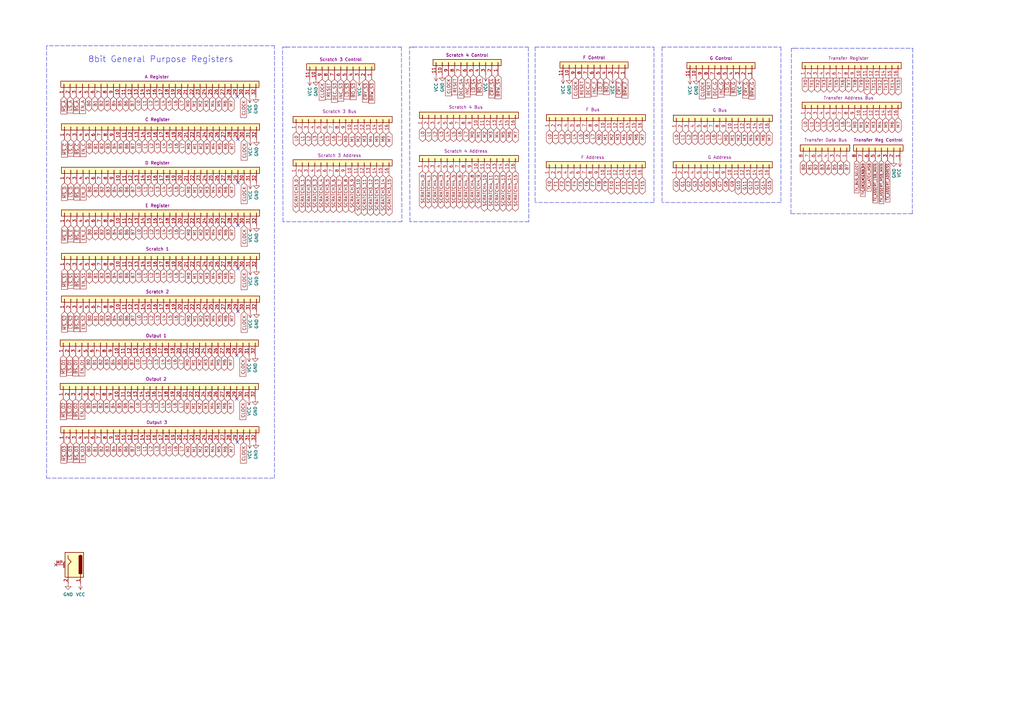
<source format=kicad_sch>
(kicad_sch (version 20211123) (generator eeschema)
  (paper "A3")
  (junction (at -6.35 454.66))
  (junction (at -6.35 457.2))
  (no_connect (at 131.064 410.464))
  (no_connect (at 215.392 489.966))
  (no_connect (at 131.064 483.616))
  (no_connect (at 131.064 473.456))
  (no_connect (at 131.064 478.536))
  (no_connect (at 131.064 475.996))
  (no_connect (at 131.064 481.076))
  (no_connect (at 215.392 495.046))
  (no_connect (at 215.392 497.586))
  (no_connect (at -11.938 531.114))
  (no_connect (at -11.938 518.414))
  (no_connect (at 215.392 502.666))
  (no_connect (at 215.646 420.37))
  (no_connect (at 215.646 430.53))
  (no_connect (at 215.646 427.99))
  (no_connect (at 215.646 422.91))
  (no_connect (at 215.646 425.45))
  (no_connect (at 215.646 417.83))
  (no_connect (at 215.646 415.29))
  (no_connect (at 22.86 231.648))
  (no_connect (at -11.938 513.334))
  (no_connect (at -88.392 446.024))
  (no_connect (at -11.938 528.574))
  (no_connect (at -11.938 523.494))
  (no_connect (at 131.064 405.384))
  (no_connect (at 131.064 407.924))
  (no_connect (at 215.392 487.426))
  (no_connect (at 215.392 492.506))
  (no_connect (at -11.938 520.954))
  (no_connect (at -11.938 526.034))
  (no_connect (at -11.938 515.874))
  (no_connect (at 97.5886 92.456))
  (no_connect (at 97.5886 110.236))
  (no_connect (at 97.5886 74.93))
  (no_connect (at 97.3346 39.624))
  (no_connect (at 97.5886 57.15))
  (no_connect (at 97.5886 127.762))
  (no_connect (at 97.0806 145.796))
  (no_connect (at 97.3346 181.356))
  (no_connect (at 97.0806 163.576))
  (no_connect (at 215.392 500.126))
  (polyline (pts (xy 19.1026 196.088) (xy 112.5746 196.088)))
  (wire (pts (xy -6.35 453.39) (xy -6.35 454.66)))
  (polyline (pts (xy 271.526 19.304) (xy 320.294 19.304)))
  (polyline (pts (xy -24.892 382.524) (xy -67.564 382.524)))
  (polyline (pts (xy 324.4106 87.63) (xy 324.612 19.812)))
  (polyline (pts (xy 216.916 90.932) (xy 168.148 90.932)))
  (wire (pts (xy -11.43 457.2) (xy -6.35 457.2)))
  (wire (pts (xy -6.35 454.66) (xy -5.334 454.66)))
  (wire (pts (xy -6.35 458.47) (xy -6.35 457.2)))
  (wire (pts (xy -11.43 454.66) (xy -6.35 454.66)))
  (polyline (pts (xy 41.656 543.052) (xy 26.162 543.052)))
  (polyline (pts (xy 117.4006 19.304) (xy 164.6446 19.304)))
  (polyline (pts (xy 169.4706 19.304) (xy 216.7146 19.304)))
  (polyline (pts (xy -133.35 543.052) (xy -67.31 543.052)))
  (wire (pts (xy 103.378 460.756) (xy 105.664 460.756)))
  (wire (pts (xy 103.378 458.216) (xy 105.664 458.216)))
  (polyline (pts (xy 320.294 83.058) (xy 271.526 83.058)))
  (polyline (pts (xy 19.1026 18.796) (xy 19.1026 196.088)))
  (polyline (pts (xy 112.5746 196.088) (xy 112.5746 18.796)))
  (polyline (pts (xy 324.612 19.812) (xy 325.882 19.812)))
  (wire (pts (xy 103.378 410.464) (xy 105.664 410.464)))
  (polyline (pts (xy 164.846 90.932) (xy 116.078 90.932)))
  (polyline (pts (xy 325.882 19.812) (xy 374.396 19.812)))
  (polyline (pts (xy -67.564 543.052) (xy 26.67 543.052)))
  (polyline (pts (xy 167.9466 19.304) (xy 169.7246 19.304)))
  (wire (pts (xy 103.632 407.924) (xy 105.664 407.924)))
  (polyline (pts (xy -24.892 382.524) (xy 26.67 382.524)))
  (wire (pts (xy -6.35 453.39) (xy 7.62 453.39)))
  (wire (pts (xy 7.62 458.47) (xy -6.35 458.47)))
  (polyline (pts (xy 271.526 19.304) (xy 271.526 83.058)))
  (polyline (pts (xy 65.3306 18.796) (xy 19.1026 18.796)))
  (polyline (pts (xy 216.7146 19.304) (xy 216.916 90.932)))
  (polyline (pts (xy -133.35 382.524) (xy -133.35 543.052)))
  (polyline (pts (xy 374.396 19.812) (xy 374.1946 87.63)))
  (polyline (pts (xy 26.162 382.524) (xy 41.656 382.524)))
  (polyline (pts (xy 320.294 19.304) (xy 320.294 83.058)))
  (polyline (pts (xy 374.1946 87.63) (xy 324.4106 87.63)))
  (polyline (pts (xy 65.3306 18.796) (xy 112.5746 18.796)))
  (wire (pts (xy -11.43 459.74) (xy -5.334 459.74)))
  (polyline (pts (xy 268.224 19.304) (xy 268.224 83.058)))
  (polyline (pts (xy 316.2054 74.3255) (xy 315.4932 74.3255)))
  (polyline (pts (xy 164.6446 19.304) (xy 164.846 90.932)))
  (polyline (pts (xy 115.8766 19.304) (xy 117.6546 19.304)))
  (polyline (pts (xy 268.224 83.058) (xy 219.456 83.058)))
  (polyline (pts (xy 168.148 90.932) (xy 167.9466 19.304)))
  (polyline (pts (xy -66.802 382.524) (xy -133.35 382.524)))
  (polyline (pts (xy 219.456 19.304) (xy 268.224 19.304)))
  (polyline (pts (xy 116.078 90.932) (xy 115.8766 19.304)))
  (polyline (pts (xy 219.456 19.304) (xy 219.456 83.058)))
  (polyline (pts (xy 41.656 382.524) (xy 41.656 543.052)))
  (wire (pts (xy -6.35 457.2) (xy -5.334 457.2)))
  (text "Increment/Decrement" (at -46.736 484.124 0) (effects (font (size 2.5 2.5)) (justify left bottom)))
  (text "Assert R8 on LSB Bus16" (at 180.086 449.326 0) (effects (font (size 2.5 2.5)) (justify left bottom)))
  (text "16bit GPR Loads" (at -41.402 390.398 0) (effects (font (size 2.5 2.5)) (justify left bottom)))
  (text "8bit GPR Loads" (at -39.878 424.18 0) (effects (font (size 2.5 2.5)) (justify left bottom)))
  (text "DNC?" (at -66.548 223.774 0) (effects (font (size 2.5 2.5)) (justify left bottom)))
  (text "8bit General Purpose Registers" (at 36.1206 25.908 0) (effects (font (size 2.5 2.5)) (justify left bottom)))
  (text "Loads and Inc/Dec Controller" (at -127.254 435.102 0) (effects (font (size 2.5 2.5)) (justify left bottom)))
  (text "Assert R8 on LSB Bus16" (at 181.356 376.936 0) (effects (font (size 2.5 2.5)) (justify left bottom)))
  (text "Assert Bus16" (at 107.442 377.19 0) (effects (font (size 2.5 2.5)) (justify left bottom)))
  (text "Load Group" (at -72.644 377.19 0) (effects (font (size 5 5)) (justify left bottom)))
  (text "Assert Bus8" (at 108.712 430.022 0) (effects (font (size 2.5 2.5)) (justify left bottom)))
  (global_label "~{LOAD_16BIT_ENABLE}" (shape input) (at -88.392 451.104 0) (property "Intersheet References" "${INTERSHEET_REFS}" (effects hide)))
  (global_label "B4" (shape tri_state) (at 46.2806 163.576 270) (property "Intersheet References" "${INTERSHEET_REFS}" (effects hide)))
  (global_label "M3" (shape tri_state) (at 358.1926 48.26 270) (property "Intersheet References" "${INTERSHEET_REFS}" (effects hide)))
  (global_label "L2" (shape tri_state) (at 62.0286 110.236 270) (property "Intersheet References" "${INTERSHEET_REFS}" (effects hide)))
  (global_label "~{MS_D}" (shape input) (at 26.4686 74.93 270) (property "Intersheet References" "${INTERSHEET_REFS}" (effects hide)))
  (global_label "SCRATCH4_11" (shape tri_state) (at 201.2206 70.104 270) (property "Intersheet References" "${INTERSHEET_REFS}" (effects hide)))
  (global_label "M0" (shape tri_state) (at 297.7406 53.594 270) (property "Intersheet References" "${INTERSHEET_REFS}" (effects hide)))
  (global_label "~{LS_O2}" (shape input) (at 215.646 410.21 0) (property "Intersheet References" "${INTERSHEET_REFS}" (effects hide)))
  (global_label "B2" (shape tri_state) (at 41.2006 163.576 270) (property "Intersheet References" "${INTERSHEET_REFS}" (effects hide)))
  (global_label "B3" (shape tri_state) (at 43.7406 163.576 270) (property "Intersheet References" "${INTERSHEET_REFS}" (effects hide)))
  (global_label "EN_A" (shape output) (at -11.43 431.8 0) (property "Intersheet References" "${INTERSHEET_REFS}" (effects hide)))
  (global_label "~{BS_O1}" (shape input) (at 131.064 460.756 0) (property "Intersheet References" "${INTERSHEET_REFS}" (effects hide)))
  (global_label "M6" (shape tri_state) (at 365.8126 48.26 270) (property "Intersheet References" "${INTERSHEET_REFS}" (effects hide)))
  (global_label "B3" (shape tri_state) (at 43.9946 181.356 270) (property "Intersheet References" "${INTERSHEET_REFS}" (effects hide)))
  (global_label "CONTROL15" (shape input) (at 125.476 357.378 180) (property "Intersheet References" "${INTERSHEET_REFS}" (effects hide)))
  (global_label "SCRATCH4_8" (shape tri_state) (at 193.6006 70.104 270) (property "Intersheet References" "${INTERSHEET_REFS}" (effects hide)))
  (global_label "L5" (shape tri_state) (at 69.6486 74.93 270) (property "Intersheet References" "${INTERSHEET_REFS}" (effects hide)))
  (global_label "M3" (shape tri_state) (at 84.8886 110.236 270) (property "Intersheet References" "${INTERSHEET_REFS}" (effects hide)))
  (global_label "L0" (shape tri_state) (at 56.6946 39.624 270) (property "Intersheet References" "${INTERSHEET_REFS}" (effects hide)))
  (global_label "~{LS_O2}" (shape input) (at 28.5006 163.576 270) (property "Intersheet References" "${INTERSHEET_REFS}" (effects hide)))
  (global_label "M3" (shape tri_state) (at 84.3806 163.576 270) (property "Intersheet References" "${INTERSHEET_REFS}" (effects hide)))
  (global_label "M6" (shape tri_state) (at 92.2546 181.356 270) (property "Intersheet References" "${INTERSHEET_REFS}" (effects hide)))
  (global_label "L1" (shape tri_state) (at 59.4886 127.762 270) (property "Intersheet References" "${INTERSHEET_REFS}" (effects hide)))
  (global_label "L5" (shape tri_state) (at 69.3946 181.356 270) (property "Intersheet References" "${INTERSHEET_REFS}" (effects hide)))
  (global_label "INC_S3" (shape input) (at 139.7526 32.512 270) (property "Intersheet References" "${INTERSHEET_REFS}" (effects hide)))
  (global_label "~{MS_A}" (shape input) (at 26.2146 39.624 270) (property "Intersheet References" "${INTERSHEET_REFS}" (effects hide)))
  (global_label "~{EN_ASSERT_BUS8}" (shape input) (at 103.378 458.216 180) (property "Intersheet References" "${INTERSHEET_REFS}" (effects hide)))
  (global_label "~{BS_O1}" (shape input) (at 31.0406 145.796 270) (property "Intersheet References" "${INTERSHEET_REFS}" (effects hide)))
  (global_label "B7" (shape tri_state) (at 54.4086 110.236 270) (property "Intersheet References" "${INTERSHEET_REFS}" (effects hide)))
  (global_label "~{BS_D}" (shape input) (at 31.5486 74.93 270) (property "Intersheet References" "${INTERSHEET_REFS}" (effects hide)))
  (global_label "EN_S1" (shape input) (at 34.0886 110.236 270) (property "Intersheet References" "${INTERSHEET_REFS}" (effects hide)))
  (global_label "CLOCK" (shape input) (at 100.1286 92.456 270) (property "Intersheet References" "${INTERSHEET_REFS}" (effects hide)))
  (global_label "DEC_S4" (shape input) (at 189.0286 30.734 270) (property "Intersheet References" "${INTERSHEET_REFS}" (effects hide)))
  (global_label "M6" (shape tri_state) (at 92.2546 39.624 270) (property "Intersheet References" "${INTERSHEET_REFS}" (effects hide)))
  (global_label "F9" (shape tri_state) (at 248.158 72.644 270) (property "Intersheet References" "${INTERSHEET_REFS}" (effects hide)))
  (global_label "SCRATCH4_0" (shape tri_state) (at 173.2806 70.104 270) (property "Intersheet References" "${INTERSHEET_REFS}" (effects hide)))
  (global_label "G2" (shape tri_state) (at 282.448 72.644 270) (property "Intersheet References" "${INTERSHEET_REFS}" (effects hide)))
  (global_label "~{BS_A}" (shape input) (at 131.064 445.516 0) (property "Intersheet References" "${INTERSHEET_REFS}" (effects hide)))
  (global_label "F12" (shape tri_state) (at 255.778 72.644 270) (property "Intersheet References" "${INTERSHEET_REFS}" (effects hide)))
  (global_label "M0" (shape tri_state) (at 350.5726 48.26 270) (property "Intersheet References" "${INTERSHEET_REFS}" (effects hide)))
  (global_label "INC_S4" (shape input) (at 191.5686 30.734 270) (property "Intersheet References" "${INTERSHEET_REFS}" (effects hide)))
  (global_label "G15" (shape tri_state) (at 315.468 72.644 270) (property "Intersheet References" "${INTERSHEET_REFS}" (effects hide)))
  (global_label "~{BRW_F}" (shape input) (at 256.3386 31.75 270) (property "Intersheet References" "${INTERSHEET_REFS}" (effects hide)))
  (global_label "M1" (shape tri_state) (at 79.3006 163.576 270) (property "Intersheet References" "${INTERSHEET_REFS}" (effects hide)))
  (global_label "L3" (shape tri_state) (at 232.9706 53.34 270) (property "Intersheet References" "${INTERSHEET_REFS}" (effects hide)))
  (global_label "CONTROL10" (shape input) (at 125.476 344.678 180) (property "Intersheet References" "${INTERSHEET_REFS}" (effects hide)))
  (global_label "TX14" (shape output) (at 365.8126 32.004 270) (property "Intersheet References" "${INTERSHEET_REFS}" (effects hide)))
  (global_label "L7" (shape tri_state) (at 74.7286 74.93 270) (property "Intersheet References" "${INTERSHEET_REFS}" (effects hide)))
  (global_label "SCRATCH3_0" (shape tri_state) (at 121.4646 71.882 270) (property "Intersheet References" "${INTERSHEET_REFS}" (effects hide)))
  (global_label "~{CRY_S4}" (shape input) (at 201.7286 30.734 270) (property "Intersheet References" "${INTERSHEET_REFS}" (effects hide)))
  (global_label "B2" (shape tri_state) (at 41.7086 74.93 270) (property "Intersheet References" "${INTERSHEET_REFS}" (effects hide)))
  (global_label "M1" (shape tri_state) (at 79.8086 110.236 270) (property "Intersheet References" "${INTERSHEET_REFS}" (effects hide)))
  (global_label "CONTROL13" (shape input) (at 189.992 467.106 180) (property "Intersheet References" "${INTERSHEET_REFS}" (effects hide)))
  (global_label "RESET" (shape input) (at 290.6286 32.004 270) (property "Intersheet References" "${INTERSHEET_REFS}" (effects hide)))
  (global_label "F6" (shape tri_state) (at 240.538 72.644 270) (property "Intersheet References" "${INTERSHEET_REFS}" (effects hide)))
  (global_label "B2" (shape tri_state) (at 41.7086 127.762 270) (property "Intersheet References" "${INTERSHEET_REFS}" (effects hide)))
  (global_label "B1" (shape tri_state) (at 39.1686 57.15 270) (property "Intersheet References" "${INTERSHEET_REFS}" (effects hide)))
  (global_label "G3" (shape tri_state) (at 284.988 72.644 270) (property "Intersheet References" "${INTERSHEET_REFS}" (effects hide)))
  (global_label "~{MS_O1}" (shape input) (at 25.9606 145.796 270) (property "Intersheet References" "${INTERSHEET_REFS}" (effects hide)))
  (global_label "B5" (shape tri_state) (at 49.3286 92.456 270) (property "Intersheet References" "${INTERSHEET_REFS}" (effects hide)))
  (global_label "~{MS_O3}" (shape input) (at 26.2146 181.356 270) (property "Intersheet References" "${INTERSHEET_REFS}" (effects hide)))
  (global_label "SCRATCH4_6" (shape tri_state) (at 188.5206 70.104 270) (property "Intersheet References" "${INTERSHEET_REFS}" (effects hide)))
  (global_label "TX1" (shape output) (at 332.7926 32.004 270) (property "Intersheet References" "${INTERSHEET_REFS}" (effects hide)))
  (global_label "SCRATCH4_4" (shape tri_state) (at 183.4406 70.104 270) (property "Intersheet References" "${INTERSHEET_REFS}" (effects hide)))
  (global_label "L0" (shape tri_state) (at 56.6946 181.356 270) (property "Intersheet References" "${INTERSHEET_REFS}" (effects hide)))
  (global_label "CONTROL6" (shape input) (at -94.996 404.368 90) (property "Intersheet References" "${INTERSHEET_REFS}" (effects hide)))
  (global_label "L7" (shape tri_state) (at 74.4746 39.624 270) (property "Intersheet References" "${INTERSHEET_REFS}" (effects hide)))
  (global_label "F7" (shape tri_state) (at 243.078 72.644 270) (property "Intersheet References" "${INTERSHEET_REFS}" (effects hide)))
  (global_label "M5" (shape tri_state) (at 89.9686 127.762 270) (property "Intersheet References" "${INTERSHEET_REFS}" (effects hide)))
  (global_label "M3" (shape tri_state) (at 84.8886 92.456 270) (property "Intersheet References" "${INTERSHEET_REFS}" (effects hide)))
  (global_label "~{LS_C}" (shape input) (at 215.646 394.97 0) (property "Intersheet References" "${INTERSHEET_REFS}" (effects hide)))
  (global_label "M6" (shape tri_state) (at 208.8406 52.324 270) (property "Intersheet References" "${INTERSHEET_REFS}" (effects hide)))
  (global_label "EN_C" (shape input) (at 34.0886 57.15 270) (property "Intersheet References" "${INTERSHEET_REFS}" (effects hide)))
  (global_label "L7" (shape tri_state) (at 74.7286 127.762 270) (property "Intersheet References" "${INTERSHEET_REFS}" (effects hide)))
  (global_label "L3" (shape tri_state) (at 64.3146 181.356 270) (property "Intersheet References" "${INTERSHEET_REFS}" (effects hide)))
  (global_label "M4" (shape tri_state) (at 87.1746 39.624 270) (property "Intersheet References" "${INTERSHEET_REFS}" (effects hide)))
  (global_label "~{LD_G}" (shape input) (at 298.2486 32.004 270) (property "Intersheet References" "${INTERSHEET_REFS}" (effects hide)))
  (global_label "~{MS_C}" (shape input) (at 26.4686 57.15 270) (property "Intersheet References" "${INTERSHEET_REFS}" (effects hide)))
  (global_label "G14" (shape tri_state) (at 312.928 72.644 270) (property "Intersheet References" "${INTERSHEET_REFS}" (effects hide)))
  (global_label "SCRATCH4_12" (shape tri_state) (at 203.7606 70.104 270) (property "Intersheet References" "${INTERSHEET_REFS}" (effects hide)))
  (global_label "~{MS_O1}" (shape input) (at 215.392 479.806 0) (property "Intersheet References" "${INTERSHEET_REFS}" (effects hide)))
  (global_label "M6" (shape tri_state) (at 92.0006 145.796 270) (property "Intersheet References" "${INTERSHEET_REFS}" (effects hide)))
  (global_label "SCRATCH3_13" (shape tri_state) (at 154.4846 71.882 270) (property "Intersheet References" "${INTERSHEET_REFS}" (effects hide)))
  (global_label "~{LOAD_16BIT_ENABLE}" (shape input) (at -39.624 410.464 180) (property "Intersheet References" "${INTERSHEET_REFS}" (effects hide)))
  (global_label "CONTROL9" (shape input) (at 105.664 395.224 180) (property "Intersheet References" "${INTERSHEET_REFS}" (effects hide)))
  (global_label "L6" (shape tri_state) (at 240.5906 53.34 270) (property "Intersheet References" "${INTERSHEET_REFS}" (effects hide)))
  (global_label "B0" (shape tri_state) (at 329.4906 65.786 270) (property "Intersheet References" "${INTERSHEET_REFS}" (effects hide)))
  (global_label "SCRATCH3_14" (shape tri_state) (at 157.0246 71.882 270) (property "Intersheet References" "${INTERSHEET_REFS}" (effects hide)))
  (global_label "L0" (shape tri_state) (at 56.9486 127.762 270) (property "Intersheet References" "${INTERSHEET_REFS}" (effects hide)))
  (global_label "L0" (shape tri_state) (at 56.4406 163.576 270) (property "Intersheet References" "${INTERSHEET_REFS}" (effects hide)))
  (global_label "TX_LATCH_MSB" (shape output) (at -5.334 454.66 0) (effects (font (size 0.9906 0.9906))) (property "Intersheet References" "${INTERSHEET_REFS}" (effects hide)))
  (global_label "RESET" (shape input) (at 134.6726 32.512 270) (property "Intersheet References" "${INTERSHEET_REFS}" (effects hide)))
  (global_label "~{TX_ASSERT_ADDRESS}" (shape input) (at 364.0346 65.786 270) (effects (font (size 0.9906 0.9906))) (property "Intersheet References" "${INTERSHEET_REFS}" (effects hide)))
  (global_label "F13" (shape tri_state) (at 258.318 72.644 270) (property "Intersheet References" "${INTERSHEET_REFS}" (effects hide)))
  (global_label "L5" (shape tri_state) (at 69.3946 39.624 270) (property "Intersheet References" "${INTERSHEET_REFS}" (effects hide)))
  (global_label "B3" (shape tri_state) (at 44.2486 74.93 270) (property "Intersheet References" "${INTERSHEET_REFS}" (effects hide)))
  (global_label "~{TX_ASSERT_MSB_MAIN}" (shape input) (at 131.064 470.916 0) (effects (font (size 0.9906 0.9906))) (property "Intersheet References" "${INTERSHEET_REFS}" (effects hide)))
  (global_label "TX10" (shape output) (at 355.6526 32.004 270) (property "Intersheet References" "${INTERSHEET_REFS}" (effects hide)))
  (global_label "M3" (shape tri_state) (at 305.3606 53.594 270) (property "Intersheet References" "${INTERSHEET_REFS}" (effects hide)))
  (global_label "L3" (shape tri_state) (at 64.0606 145.796 270) (property "Intersheet References" "${INTERSHEET_REFS}" (effects hide)))
  (global_label "M0" (shape tri_state) (at 77.2686 57.15 270) (property "Intersheet References" "${INTERSHEET_REFS}" (effects hide)))
  (global_label "M5" (shape tri_state) (at 89.7146 181.356 270) (property "Intersheet References" "${INTERSHEET_REFS}" (effects hide)))
  (global_label "TX_LATCH_LSB" (shape output) (at -5.334 457.2 0) (effects (font (size 0.9906 0.9906))) (property "Intersheet References" "${INTERSHEET_REFS}" (effects hide)))
  (global_label "~{TX_ASSERT_MSB_MAIN}" (shape input) (at 361.4946 65.786 270) (effects (font (size 0.9906 0.9906))) (property "Intersheet References" "${INTERSHEET_REFS}" (effects hide)))
  (global_label "~{EN_ASSERT_MSB}" (shape input) (at 182.626 361.696 180) (property "Intersheet References" "${INTERSHEET_REFS}" (effects hide)))
  (global_label "~{BO_S4}" (shape input) (at 131.064 395.224 0) (property "Intersheet References" "${INTERSHEET_REFS}" (effects hide)))
  (global_label "~{LD_S4}" (shape input) (at 194.1086 30.734 270) (property "Intersheet References" "${INTERSHEET_REFS}" (effects hide)))
  (global_label "~{BS_S1}" (shape input) (at 31.5486 110.236 270) (property "Intersheet References" "${INTERSHEET_REFS}" (effects hide)))
  (global_label "M2" (shape tri_state) (at 82.3486 74.93 270) (property "Intersheet References" "${INTERSHEET_REFS}" (effects hide)))
  (global_label "CONTROL2" (shape input) (at -105.156 404.368 90) (property "Intersheet References" "${INTERSHEET_REFS}" (effects hide)))
  (global_label "CONTROL8" (shape input) (at 105.664 392.684 180) (property "Intersheet References" "${INTERSHEET_REFS}" (effects hide)))
  (global_label "CLOCK" (shape input) (at 100.1286 127.762 270) (property "Intersheet References" "${INTERSHEET_REFS}" (effects hide)))
  (global_label "F11" (shape tri_state) (at 253.238 72.644 270) (property "Intersheet References" "${INTERSHEET_REFS}" (effects hide)))
  (global_label "B0" (shape tri_state) (at 36.6286 110.236 270) (property "Intersheet References" "${INTERSHEET_REFS}" (effects hide)))
  (global_label "~{LS_O3}" (shape input) (at 215.646 412.75 0) (property "Intersheet References" "${INTERSHEET_REFS}" (effects hide)))
  (global_label "L0" (shape tri_state) (at 56.9486 92.456 270) (property "Intersheet References" "${INTERSHEET_REFS}" (effects hide)))
  (global_label "M7" (shape tri_state) (at 263.4506 53.34 270) (property "Intersheet References" "${INTERSHEET_REFS}" (effects hide)))
  (global_label "SCRATCH3_9" (shape tri_state) (at 144.3246 71.882 270) (property "Intersheet References" "${INTERSHEET_REFS}" (effects hide)))
  (global_label "EN_C" (shape output) (at -11.43 434.34 0) (property "Intersheet References" "${INTERSHEET_REFS}" (effects hide)))
  (global_label "EN_E" (shape output) (at -11.43 439.42 0) (property "Intersheet References" "${INTERSHEET_REFS}" (effects hide)))
  (global_label "CONTROL5" (shape input) (at -39.624 405.384 180) (property "Intersheet References" "${INTERSHEET_REFS}" (effects hide)))
  (global_label "B1" (shape tri_state) (at 39.1686 127.762 270) (property "Intersheet References" "${INTERSHEET_REFS}" (effects hide)))
  (global_label "~{LD_S3}" (shape input) (at -14.224 407.924 0) (property "Intersheet References" "${INTERSHEET_REFS}" (effects hide)))
  (global_label "M5" (shape tri_state) (at 89.4606 163.576 270) (property "Intersheet References" "${INTERSHEET_REFS}" (effects hide)))
  (global_label "G10" (shape tri_state) (at 302.768 72.644 270) (property "Intersheet References" "${INTERSHEET_REFS}" (effects hide)))
  (global_label "L4" (shape tri_state) (at 340.4126 48.26 270) (property "Intersheet References" "${INTERSHEET_REFS}" (effects hide)))
  (global_label "L5" (shape tri_state) (at 69.6486 57.15 270) (property "Intersheet References" "${INTERSHEET_REFS}" (effects hide)))
  (global_label "CONTROL14" (shape input) (at 189.992 469.646 180) (property "Intersheet References" "${INTERSHEET_REFS}" (effects hide)))
  (global_label "L2" (shape tri_state) (at 61.5206 163.576 270) (property "Intersheet References" "${INTERSHEET_REFS}" (effects hide)))
  (global_label "TX13" (shape output) (at 363.2726 32.004 270) (property "Intersheet References" "${INTERSHEET_REFS}" (effects hide)))
  (global_label "L4" (shape tri_state) (at 66.8546 39.624 270) (property "Intersheet References" "${INTERSHEET_REFS}" (effects hide)))
  (global_label "L4" (shape tri_state) (at 66.8546 181.356 270) (property "Intersheet References" "${INTERSHEET_REFS}" (effects hide)))
  (global_label "L1" (shape tri_state) (at 59.4886 57.15 270) (property "Intersheet References" "${INTERSHEET_REFS}" (effects hide)))
  (global_label "EN_D" (shape input) (at 34.0886 74.93 270) (property "Intersheet References" "${INTERSHEET_REFS}" (effects hide)))
  (global_label "~{BRW_F}" (shape input) (at -58.674 241.808 180) (property "Intersheet References" "${INTERSHEET_REFS}" (effects hide)))
  (global_label "CONTROL2" (shape input) (at -42.418 513.334 180) (property "Intersheet References" "${INTERSHEET_REFS}" (effects hide)))
  (global_label "B0" (shape tri_state) (at 36.3746 39.624 270) (property "Intersheet References" "${INTERSHEET_REFS}" (effects hide)))
  (global_label "B0" (shape tri_state) (at 36.6286 57.15 270) (property "Intersheet References" "${INTERSHEET_REFS}" (effects hide)))
  (global_label "M5" (shape tri_state) (at 206.3006 52.324 270) (property "Intersheet References" "${INTERSHEET_REFS}" (effects hide)))
  (global_label "M1" (shape tri_state) (at 353.1126 48.26 270) (property "Intersheet References" "${INTERSHEET_REFS}" (effects hide)))
  (global_label "L3" (shape tri_state) (at 64.0606 163.576 270) (property "Intersheet References" "${INTERSHEET_REFS}" (effects hide)))
  (global_label "SCRATCH4_1" (shape tri_state) (at 175.8206 70.104 270) (property "Intersheet References" "${INTERSHEET_REFS}" (effects hide)))
  (global_label "M4" (shape tri_state) (at 87.1746 181.356 270) (property "Intersheet References" "${INTERSHEET_REFS}" (effects hide)))
  (global_label "CONTROL12" (shape input) (at 189.992 464.566 180) (property "Intersheet References" "${INTERSHEET_REFS}" (effects hide)))
  (global_label "L7" (shape tri_state) (at 74.2206 163.576 270) (property "Intersheet References" "${INTERSHEET_REFS}" (effects hide)))
  (global_label "DEC_F" (shape input) (at 241.0986 31.75 270) (property "Intersheet References" "${INTERSHEET_REFS}" (effects hide)))
  (global_label "CONTROL1" (shape input) (at -41.91 449.58 180) (property "Intersheet References" "${INTERSHEET_REFS}" (effects hide)))
  (global_label "RESET" (shape input) (at 186.4886 30.734 270) (property "Intersheet References" "${INTERSHEET_REFS}" (effects hide)))
  (global_label "L6" (shape tri_state) (at 72.1886 110.236 270) (property "Intersheet References" "${INTERSHEET_REFS}" (effects hide)))
  (global_label "L3" (shape tri_state) (at 129.0846 54.102 270) (property "Intersheet References" "${INTERSHEET_REFS}" (effects hide)))
  (global_label "DEC_G" (shape input) (at 293.1686 32.004 270) (property "Intersheet References" "${INTERSHEET_REFS}" (effects hide)))
  (global_label "M5" (shape tri_state) (at 154.4846 54.102 270) (property "Intersheet References" "${INTERSHEET_REFS}" (effects hide)))
  (global_label "M4" (shape tri_state) (at 87.4286 57.15 270) (property "Intersheet References" "${INTERSHEET_REFS}" (effects hide)))
  (global_label "SCRATCH3_4" (shape tri_state) (at 131.6246 71.882 270) (property "Intersheet References" "${INTERSHEET_REFS}" (effects hide)))
  (global_label "M4" (shape tri_state) (at 87.4286 74.93 270) (property "Intersheet References" "${INTERSHEET_REFS}" (effects hide)))
  (global_label "B6" (shape tri_state) (at 51.8686 74.93 270) (property "Intersheet References" "${INTERSHEET_REFS}" (effects hide)))
  (global_label "L0" (shape tri_state) (at 56.9486 74.93 270) (property "Intersheet References" "${INTERSHEET_REFS}" (effects hide)))
  (global_label "CONTROL15" (shape input) (at 189.992 472.186 180) (property "Intersheet References" "${INTERSHEET_REFS}" (effects hide)))
  (global_label "L2" (shape tri_state) (at 61.7746 39.624 270) (property "Intersheet References" "${INTERSHEET_REFS}" (effects hide)))
  (global_label "L6" (shape tri_state) (at 345.4926 48.26 270) (property "Intersheet References" "${INTERSHEET_REFS}" (effects hide)))
  (global_label "~{LD_S4}" (shape input) (at -14.224 410.464 0) (property "Intersheet References" "${INTERSHEET_REFS}" (effects hide)))
  (global_label "TX15" (shape output) (at 368.3526 32.004 270) (property "Intersheet References" "${INTERSHEET_REFS}" (effects hide)))
  (global_label "B7" (shape tri_state) (at 54.1546 39.624 270) (property "Intersheet References" "${INTERSHEET_REFS}" (effects hide)))
  (global_label "M6" (shape tri_state) (at 92.5086 74.93 270) (property "Intersheet References" "${INTERSHEET_REFS}" (effects hide)))
  (global_label "B3" (shape tri_state) (at 44.2486 110.236 270) (property "Intersheet References" "${INTERSHEET_REFS}" (effects hide)))
  (global_label "L7" (shape tri_state) (at 74.4746 181.356 270) (property "Intersheet References" "${INTERSHEET_REFS}" (effects hide)))
  (global_label "L2" (shape tri_state) (at 282.5006 53.594 270) (property "Intersheet References" "${INTERSHEET_REFS}" (effects hide)))
  (global_label "~{LS_E}" (shape input) (at 215.646 400.05 0) (property "Intersheet References" "${INTERSHEET_REFS}" (effects hide)))
  (global_label "~{INC_DEC_ENABLE}" (shape input) (at -88.392 453.644 0) (property "Intersheet References" "${INTERSHEET_REFS}" (effects hide)))
  (global_label "~{MS_S1}" (shape input) (at 26.4686 110.236 270) (property "Intersheet References" "${INTERSHEET_REFS}" (effects hide)))
  (global_label "~{BRW_S3}" (shape input) (at 152.4526 32.512 270) (property "Intersheet References" "${INTERSHEET_REFS}" (effects hide)))
  (global_label "M0" (shape tri_state) (at 77.0146 181.356 270) (property "Intersheet References" "${INTERSHEET_REFS}" (effects hide)))
  (global_label "SCRATCH4_2" (shape tri_state) (at 178.3606 70.104 270) (property "Intersheet References" "${INTERSHEET_REFS}" (effects hide)))
  (global_label "~{TX_ASSERT_LSB_MAIN}" (shape input) (at 131.064 468.376 0) (effects (font (size 0.9906 0.9906))) (property "Intersheet References" "${INTERSHEET_REFS}" (effects hide)))
  (global_label "~{LS_E}" (shape input) (at 29.0086 92.456 270) (property "Intersheet References" "${INTERSHEET_REFS}" (effects hide)))
  (global_label "~{BS_A}" (shape input) (at 31.2946 39.624 270) (property "Intersheet References" "${INTERSHEET_REFS}" (effects hide)))
  (global_label "L4" (shape tri_state) (at 183.4406 52.324 270) (property "Intersheet References" "${INTERSHEET_REFS}" (effects hide)))
  (global_label "CLOCK" (shape input) (at 236.0186 31.75 270) (property "Intersheet References" "${INTERSHEET_REFS}" (effects hide)))
  (global_label "G4" (shape tri_state) (at 287.528 72.644 270) (property "Intersheet References" "${INTERSHEET_REFS}" (effects hide)))
  (global_label "~{BS_O3}" (shape input) (at 31.2946 181.356 270) (property "Intersheet References" "${INTERSHEET_REFS}" (effects hide)))
  (global_label "M4" (shape tri_state) (at 255.8306 53.34 270) (property "Intersheet References" "${INTERSHEET_REFS}" (effects hide)))
  (global_label "~{LS_A}" (shape input) (at 215.646 392.43 0) (property "Intersheet References" "${INTERSHEET_REFS}" (effects hide)))
  (global_label "B4" (shape tri_state) (at 46.2806 145.796 270) (property "Intersheet References" "${INTERSHEET_REFS}" (effects hide)))
  (global_label "F1" (shape tri_state) (at 227.838 72.644 270) (property "Intersheet References" "${INTERSHEET_REFS}" (effects hide)))
  (global_label "B4" (shape tri_state) (at 46.7886 110.236 270) (property "Intersheet References" "${INTERSHEET_REFS}" (effects hide)))
  (global_label "DEC_S4" (shape input) (at -11.938 498.094 0) (property "Intersheet References" "${INTERSHEET_REFS}" (effects hide)))
  (global_label "B2" (shape tri_state) (at 41.4546 39.624 270) (property "Intersheet References" "${INTERSHEET_REFS}" (effects hide)))
  (global_label "SCRATCH4_5" (shape tri_state) (at 185.9806 70.104 270) (property "Intersheet References" "${INTERSHEET_REFS}" (effects hide)))
  (global_label "SCRATCH3_2" (shape tri_state) (at 126.5446 71.882 270) (property "Intersheet References" "${INTERSHEET_REFS}" (effects hide)))
  (global_label "SCRATCH4_9" (shape tri_state) (at 196.1406 70.104 270) (property "Intersheet References" "${INTERSHEET_REFS}" (effects hide)))
  (global_label "B1" (shape tri_state) (at 39.1686 92.456 270) (property "Intersheet References" "${INTERSHEET_REFS}" (effects hide)))
  (global_label "M7" (shape tri_state) (at 94.5406 145.796 270) (property "Intersheet References" "${INTERSHEET_REFS}" (effects hide)))
  (global_label "M3" (shape tri_state) (at 84.3806 145.796 270) (property "Intersheet References" "${INTERSHEET_REFS}" (effects hide)))
  (global_label "B4" (shape tri_state) (at 46.7886 74.93 270) (property "Intersheet References" "${INTERSHEET_REFS}" (effects hide)))
  (global_label "L1" (shape tri_state) (at 59.2346 39.624 270) (property "Intersheet References" "${INTERSHEET_REFS}" (effects hide)))
  (global_label "L0" (shape tri_state) (at 173.2806 52.324 270) (property "Intersheet References" "${INTERSHEET_REFS}" (effects hide)))
  (global_label "L2" (shape tri_state) (at 126.5446 54.102 270) (property "Intersheet References" "${INTERSHEET_REFS}" (effects hide)))
  (global_label "CONTROL10" (shape input) (at 190.246 397.51 180) (property "Intersheet References" "${INTERSHEET_REFS}" (effects hide)))
  (global_label "CONTROL9" (shape input) (at 190.246 394.97 180) (property "Intersheet References" "${INTERSHEET_REFS}" (effects hide)))
  (global_label "B4" (shape tri_state) (at 46.5346 39.624 270) (property "Intersheet References" "${INTERSHEET_REFS}" (effects hide)))
  (global_label "CONTROL5" (shape input) (at -97.536 404.368 90) (property "Intersheet References" "${INTERSHEET_REFS}" (effects hide)))
  (global_label "B6" (shape tri_state) (at 51.8686 57.15 270) (property "Intersheet References" "${INTERSHEET_REFS}" (effects hide)))
  (global_label "B0" (shape tri_state) (at 36.6286 92.456 270) (property "Intersheet References" "${INTERSHEET_REFS}" (effects hide)))
  (global_label "B7" (shape tri_state) (at 54.4086 92.456 270) (property "Intersheet References" "${INTERSHEET_REFS}" (effects hide)))
  (global_label "L0" (shape tri_state) (at 56.9486 57.15 270) (property "Intersheet References" "${INTERSHEET_REFS}" (effects hide)))
  (global_label "L2" (shape tri_state) (at 178.3606 52.324 270) (property "Intersheet References" "${INTERSHEET_REFS}" (effects hide)))
  (global_label "M0" (shape tri_state) (at 77.0146 39.624 270) (property "Intersheet References" "${INTERSHEET_REFS}" (effects hide)))
  (global_label "M2" (shape tri_state) (at 82.0946 39.624 270) (property "Intersheet References" "${INTERSHEET_REFS}" (effects hide)))
  (global_label "B7" (shape tri_state) (at 54.4086 74.93 270) (property "Intersheet References" "${INTERSHEET_REFS}" (effects hide)))
  (global_label "~{LS_O1}" (shape input) (at 28.5006 145.796 270) (property "Intersheet References" "${INTERSHEET_REFS}" (effects hide)))
  (global_label "~{EN_ASSERT_BUS16" (shape input) (at 105.664 405.384 180) (property "Intersheet References" "${INTERSHEET_REFS}" (effects hide)))
  (global_label "L0" (shape tri_state) (at 330.2526 48.26 270) (property "Intersheet References" "${INTERSHEET_REFS}" (effects hide)))
  (global_label "SCRATCH3_11" (shape tri_state) (at 149.4046 71.882 270) (property "Intersheet References" "${INTERSHEET_REFS}" (effects hide)))
  (global_label "M1" (shape tri_state) (at 248.2106 53.34 270) (property "Intersheet References" "${INTERSHEET_REFS}" (effects hide)))
  (global_label "M0" (shape tri_state) (at 76.7606 145.796 270) (property "Intersheet References" "${INTERSHEET_REFS}" (effects hide)))
  (global_label "B2" (shape tri_state) (at 41.7086 57.15 270) (property "Intersheet References" "${INTERSHEET_REFS}" (effects hide)))
  (global_label "~{LS_S2}" (shape input) (at 29.0086 127.762 270) (property "Intersheet References" "${INTERSHEET_REFS}" (effects hide)))
  (global_label "F0" (shape tri_state) (at 225.298 72.644 270) (property "Intersheet References" "${INTERSHEET_REFS}" (effects hide)))
  (global_label "M4" (shape tri_state) (at 87.4286 110.236 270) (property "Intersheet References" "${INTERSHEET_REFS}" (effects hide)))
  (global_label "B7" (shape tri_state) (at 54.1546 181.356 270) (property "Intersheet References" "${INTERSHEET_REFS}" (effects hide)))
  (global_label "B7" (shape tri_state) (at 54.4086 127.762 270) (property "Intersheet References" "${INTERSHEET_REFS}" (effects hide)))
  (global_label "CONTROL6" (shape input) (at -113.792 448.564 180) (property "Intersheet References" "${INTERSHEET_REFS}" (effects hide)))
  (global_label "L7" (shape tri_state) (at 74.7286 57.15 270) (property "Intersheet References" "${INTERSHEET_REFS}" (effects hide)))
  (global_label "~{BS_O2}" (shape input) (at 31.0406 163.576 270) (property "Intersheet References" "${INTERSHEET_REFS}" (effects hide)))
  (global_label "L1" (shape tri_state) (at 332.7926 48.26 270) (property "Intersheet References" "${INTERSHEET_REFS}" (effects hide)))
  (global_label "CONTROL11" (shape input) (at 125.476 347.218 180) (property "Intersheet References" "${INTERSHEET_REFS}" (effects hide)))
  (global_label "~{INC_DEC_ENABLE}" (shape input) (at -42.418 526.034 180) (property "Intersheet References" "${INTERSHEET_REFS}" (effects hide)))
  (global_label "EN_E" (shape input) (at 34.0886 92.456 270) (property "Intersheet References" "${INTERSHEET_REFS}" (effects hide)))
  (global_label "~{MS_E}" (shape input) (at 26.4686 92.456 270) (property "Intersheet References" "${INTERSHEET_REFS}" (effects hide)))
  (global_label "B0" (shape tri_state) (at 36.3746 181.356 270) (property "Intersheet References" "${INTERSHEET_REFS}" (effects hide)))
  (global_label "~{LS_A}" (shape input) (at 28.7546 39.624 270) (property "Intersheet References" "${INTERSHEET_REFS}" (effects hide)))
  (global_label "SCRATCH4_10" (shape tri_state) (at 198.6806 70.104 270) (property "Intersheet References" "${INTERSHEET_REFS}" (effects hide)))
  (global_label "CLOCK" (shape input) (at 100.1286 110.236 270) (property "Intersheet References" "${INTERSHEET_REFS}" (effects hide)))
  (global_label "L2" (shape tri_state) (at 61.5206 145.796 270) (property "Intersheet References" "${INTERSHEET_REFS}" (effects hide)))
  (global_label "~{BS_S2}" (shape input) (at 131.064 458.216 0) (property "Intersheet References" "${INTERSHEET_REFS}" (effects hide)))
  (global_label "~{LOAD_8BIT_ENABLE}" (shape input) (at -88.392 448.564 0) (property "Intersheet References" "${INTERSHEET_REFS}" (effects hide)))
  (global_label "CONTROL1" (shape input) (at -42.418 510.794 180) (property "Intersheet References" "${INTERSHEET_REFS}" (effects hide)))
  (global_label "~{LD_G}" (shape input) (at -14.224 405.384 0) (property "Intersheet References" "${INTERSHEET_REFS}" (effects hide)))
  (global_label "L4" (shape tri_state) (at 66.6006 145.796 270) (property "Intersheet References" "${INTERSHEET_REFS}" (effects hide)))
  (global_label "~{LS_O3}" (shape input) (at 28.7546 181.356 270) (property "Intersheet References" "${INTERSHEET_REFS}" (effects hide)))
  (global_label "M7" (shape tri_state) (at 315.5206 53.594 270) (property "Intersheet References" "${INTERSHEET_REFS}" (effects hide)))
  (global_label "CONTROL12" (shape input) (at 125.476 349.758 180) (property "Intersheet References" "${INTERSHEET_REFS}" (effects hide)))
  (global_label "M7" (shape tri_state) (at 95.0486 110.236 270) (property "Intersheet References" "${INTERSHEET_REFS}" (effects hide)))
  (global_label "B6" (shape tri_state) (at 51.6146 39.624 270) (property "Intersheet References" "${INTERSHEET_REFS}" (effects hide)))
  (global_label "B5" (shape tri_state) (at 48.8206 163.576 270) (property "Intersheet References" "${INTERSHEET_REFS}" (effects hide)))
  (global_label "M2" (shape tri_state) (at 81.8406 145.796 270) (property "Intersheet References" "${INTERSHEET_REFS}" (effects hide)))
  (global_label "~{EN_ASSERT_BUS8}" (shape input) (at 125.476 360.934 180) (property "Intersheet References" "${INTERSHEET_REFS}" (effects hide)))
  (global_label "TX4" (shape output) (at 340.4126 32.004 270) (property "Intersheet References" "${INTERSHEET_REFS}" (effects hide)))
  (global_label "~{EN_ASSERT_MSB}" (shape input) (at 189.992 477.266 180) (property "Intersheet References" "${INTERSHEET_REFS}" (effects hide)))
  (global_label "M7" (shape tri_state) (at 95.0486 57.15 270) (property "Intersheet References" "${INTERSHEET_REFS}" (effects hide)))
  (global_label "CONTROL0" (shape input) (at -110.236 404.368 90) (property "Intersheet References" "${INTERSHEET_REFS}" (effects hide)))
  (global_label "TX3" (shape output) (at 337.8726 32.004 270) (property "Intersheet References" "${INTERSHEET_REFS}" (effects hide)))
  (global_label "TX11" (shape output) (at 358.1926 32.004 270) (property "Intersheet References" "${INTERSHEET_REFS}" (effects hide)))
  (global_label "~{BS_C}" (shape input) (at 131.064 448.056 0) (property "Intersheet References" "${INTERSHEET_REFS}" (effects hide)))
  (global_label "CLOCK" (shape input) (at 100.1286 57.15 270) (property "Intersheet References" "${INTERSHEET_REFS}" (effects hide)))
  (global_label "DEC_F" (shape input) (at -11.938 503.174 0) (property "Intersheet References" "${INTERSHEET_REFS}" (effects hide)))
  (global_label "M4" (shape tri_state) (at 87.4286 127.762 270) (property "Intersheet References" "${INTERSHEET_REFS}" (effects hide)))
  (global_label "CONTROL4" (shape input) (at -39.624 402.844 180) (property "Intersheet References" "${INTERSHEET_REFS}" (effects hide)))
  (global_label "TX9" (shape output) (at 353.1126 32.004 270) (property "Intersheet References" "${INTERSHEET_REFS}" (effects hide)))
  (global_label "L2" (shape tri_state) (at 61.7746 181.356 270) (property "Intersheet References" "${INTERSHEET_REFS}" (effects hide)))
  (global_label "L5" (shape tri_state) (at 69.6486 92.456 270) (property "Intersheet References" "${INTERSHEET_REFS}" (effects hide)))
  (global_label "L1" (shape tri_state) (at 59.4886 74.93 270) (property "Intersheet References" "${INTERSHEET_REFS}" (effects hide)))
  (global_label "G7" (shape tri_state) (at 295.148 72.644 270) (property "Intersheet References" "${INTERSHEET_REFS}" (effects hide)))
  (global_label "~{BS_E}" (shape input) (at 131.064 453.136 0) (property "Intersheet References" "${INTERSHEET_REFS}" (effects hide)))
  (global_label "B6" (shape tri_state) (at 51.8686 110.236 270) (property "Intersheet References" "${INTERSHEET_REFS}" (effects hide)))
  (global_label "L1" (shape tri_state) (at 58.9806 145.796 270) (property "Intersheet References" "${INTERSHEET_REFS}" (effects hide)))
  (global_label "L4" (shape tri_state) (at 67.1086 127.762 270) (property "Intersheet References" "${INTERSHEET_REFS}" (effects hide)))
  (global_label "L3" (shape tri_state) (at 64.3146 39.624 270) (property "Intersheet References" "${INTERSHEET_REFS}" (effects hide)))
  (global_label "B3" (shape tri_state) (at 337.1106 65.786 270) (property "Intersheet References" "${INTERSHEET_REFS}" (effects hide)))
  (global_label "DEC_G" (shape input) (at -11.938 508.254 0) (property "Intersheet References" "${INTERSHEET_REFS}" (effects hide)))
  (global_label "M7" (shape tri_state) (at 211.3806 52.324 270) (property "Intersheet References" "${INTERSHEET_REFS}" (effects hide)))
  (global_label "L2" (shape tri_state) (at 62.0286 92.456 270) (property "Intersheet References" "${INTERSHEET_REFS}" (effects hide)))
  (global_label "M2" (shape tri_state) (at 82.3486 110.236 270) (property "Intersheet References" "${INTERSHEET_REFS}" (effects hide)))
  (global_label "CONTROL8" (shape input) (at 125.476 339.598 180) (property "Intersheet References" "${INTERSHEET_REFS}" (effects hide)))
  (global_label "B3" (shape tri_state) (at 44.2486 92.456 270) (property "Intersheet References" "${INTERSHEET_REFS}" (effects hide)))
  (global_label "CLOCK" (shape input) (at 99.6206 145.796 270) (property "Intersheet References" "${INTERSHEET_REFS}" (effects hide)))
  (global_label "L4" (shape tri_state) (at 131.6246 54.102 270) (property "Intersheet References" "${INTERSHEET_REFS}" (effects hide)))
  (global_label "G8" (shape tri_state) (at 297.688 72.644 270) (property "Intersheet References" "${INTERSHEET_REFS}" (effects hide)))
  (global_label "M3" (shape tri_state) (at 84.8886 74.93 270) (property "Intersheet References" "${INTERSHEET_REFS}" (effects hide)))
  (global_label "M3" (shape tri_state) (at 201.2206 52.324 270) (property "Intersheet References" "${INTERSHEET_REFS}" (effects hide)))
  (global_label "M2" (shape tri_state) (at 198.6806 52.324 270) (property "Intersheet References" "${INTERSHEET_REFS}" (effects hide)))
  (global_label "L5" (shape tri_state) (at 69.1406 163.576 270) (property "Intersheet References" "${INTERSHEET_REFS}" (effects hide)))
  (global_label "M7" (shape tri_state) (at 94.7946 181.356 270) (property "Intersheet References" "${INTERSHEET_REFS}" (effects hide)))
  (global_label "B7" (shape tri_state) (at 53.9006 145.796 270) (property "Intersheet References" "${INTERSHEET_REFS}" (effects hide)))
  (global_label "M0" (shape tri_state) (at 245.6706 53.34 270) (property "Intersheet References" "${INTERSHEET_REFS}" (effects hide)))
  (global_label "B2" (shape tri_state) (at 334.5706 65.786 270) (property "Intersheet References" "${INTERSHEET_REFS}" (effects hide)))
  (global_label "L3" (shape tri_state) (at 64.5686 74.93 270) (property "Intersheet References" "${INTERSHEET_REFS}" (effects hide)))
  (global_label "~{BO_G}" (shape input) (at 131.064 400.304 0) (property "Intersheet References" "${INTERSHEET_REFS}" (effects hide)))
  (global_label "~{BRW_S4}" (shape input) (at 204.2686 30.734 270) (property "Intersheet References" "${INTERSHEET_REFS}" (effects hide)))
  (global_label "L1" (shape tri_state) (at 58.9806 163.576 270) (property "Intersheet References" "${INTERSHEET_REFS}" (effects hide)))
  (global_label "M6" (shape tri_state) (at 157.0246 54.102 270) (property "Intersheet References" "${INTERSHEET_REFS}" (effects hide)))
  (global_label "CONTROL8" (shape input) (at 105.664 445.516 180) (property "Intersheet References" "${INTERSHEET_REFS}" (effects hide)))
  (global_label "~{BS_D}" (shape input) (at 131.064 450.596 0) (property "Intersheet References" "${INTERSHEET_REFS}" (effects hide)))
  (global_label "B4" (shape tri_state) (at 46.7886 127.762 270) (property "Intersheet References" "${INTERSHEET_REFS}" (effects hide)))
  (global_label "B5" (shape tri_state) (at 49.0746 39.624 270) (property "Intersheet References" "${INTERSHEET_REFS}" (effects hide)))
  (global_label "B2" (shape tri_state) (at 41.7086 110.236 270) (property "Intersheet References" "${INTERSHEET_REFS}" (effects hide)))
  (global_label "INC_F" (shape input) (at 243.6386 31.75 270) (property "Intersheet References" "${INTERSHEET_REFS}" (effects hide)))
  (global_label "L4" (shape tri_state) (at 287.5806 53.594 270) (property "Intersheet References" "${INTERSHEET_REFS}" (effects hide)))
  (global_label "B2" (shape tri_state) (at 41.7086 92.456 270) (property "Intersheet References" "${INTERSHEET_REFS}" (effects hide)))
  (global_label "~{BS_O2}" (shape input) (at 131.064 463.296 0) (property "Intersheet References" "${INTERSHEET_REFS}" (effects hide)))
  (global_label "M1" (shape tri_state) (at 300.2806 53.594 270) (property "Intersheet References" "${INTERSHEET_REFS}" (effects hide)))
  (global_label "~{MS_S1}" (shape input) (at 215.392 474.726 0) (property "Intersheet References" "${INTERSHEET_REFS}" (effects hide)))
  (global_label "CONTROL10" (shape input) (at 105.664 397.764 180) (property "Intersheet References" "${INTERSHEET_REFS}" (effects hide)))
  (global_label "B1" (shape tri_state) (at 38.6606 145.796 270) (property "Intersheet References" "${INTERSHEET_REFS}" (effects hide)))
  (global_label "M2" (shape tri_state) (at 302.8206 53.594 270) (property "Intersheet References" "${INTERSHEET_REFS}" (effects hide)))
  (global_label "~{BRW_G}" (shape input) (at -58.674 246.888 180) (property "Intersheet References" "${INTERSHEET_REFS}" (effects hide)))
  (global_label "L6" (shape tri_state) (at 71.9346 181.356 270) (property "Intersheet References" "${INTERSHEET_REFS}" (effects hide)))
  (global_label "SCRATCH4_3" (shape tri_state) (at 180.9006 70.104 270) (property "Intersheet References" "${INTERSHEET_REFS}" (effects hide)))
  (global_label "~{MS_E}" (shape input) (at 215.392 472.186 0) (property "Intersheet References" "${INTERSHEET_REFS}" (effects hide)))
  (global_label "~{EN_ASSERT_BUS16" (shape input) (at 125.476 363.474 180) (property "Intersheet References" "${INTERSHEET_REFS}" (effects hide)))
  (global_label "M3" (shape tri_state) (at 149.4046 54.102 270) (property "Intersheet References" "${INTERSHEET_REFS}" (effects hide)))
  (global_label "G5" (shape tri_state) (at 290.068 72.644 270) (property "Intersheet References" "${INTERSHEET_REFS}" (effects hide)))
  (global_label "M2" (shape tri_state) (at 82.3486 92.456 270) (property "Intersheet References" "${INTERSHEET_REFS}" (effects hide)))
  (global_label "DEC_S3" (shape input) (at 137.2126 32.512 270) (property "Intersheet References" "${INTERSHEET_REFS}" (effects hide)))
  (global_label "B3" (shape tri_state) (at 44.2486 127.762 270) (property "Intersheet References" "${INTERSHEET_REFS}" (effects hide)))
  (global_label "CONTROL11" (shape input) (at 105.664 453.136 180) (property "Intersheet References" "${INTERSHEET_REFS}" (effects hide)))
  (global_label "B4" (shape tri_state) (at 46.5346 181.356 270) (property "Intersheet References" "${INTERSHEET_REFS}" (effects hide)))
  (global_label "CLOCK" (shape input) (at 132.1326 32.512 270) (property "Intersheet References" "${INTERSHEET_REFS}" (effects hide)))
  (global_label "L4" (shape tri_state) (at 67.1086 57.15 270) (property "Intersheet References" "${INTERSHEET_REFS}" (effects hide)))
  (global_label "L0" (shape tri_state) (at 225.3506 53.34 270) (property "Intersheet References" "${INTERSHEET_REFS}" (effects hide)))
  (global_label "~{BO_S4}" (shape input) (at 196.6486 30.734 270) (property "Intersheet References" "${INTERSHEET_REFS}" (effects hide)))
  (global_label "L7" (shape tri_state) (at 139.2446 54.102 270) (property "Intersheet References" "${INTERSHEET_REFS}" (effects hide)))
  (global_label "L6" (shape tri_state) (at 71.9346 39.624 270) (property "Intersheet References" "${INTERSHEET_REFS}" (effects hide)))
  (global_label "CLOCK" (shape input) (at 288.0886 32.004 270) (property "Intersheet References" "${INTERSHEET_REFS}" (effects hide)))
  (global_label "F14" (shape tri_state) (at 260.858 72.644 270) (property "Intersheet References" "${INTERSHEET_REFS}" (effects hide)))
  (global_label "B6" (shape tri_state) (at 51.3606 145.796 270) (property "Intersheet References" "${INTERSHEET_REFS}" (effects hide)))
  (global_label "M6" (shape tri_state) (at 260.9106 53.34 270) (property "Intersheet References" "${INTERSHEET_REFS}" (effects hide)))
  (global_label "SCRATCH3_6" (shape tri_state) (at 136.7046 71.882 270) (property "Intersheet References" "${INTERSHEET_REFS}" (effects hide)))
  (global_label "SCRATCH3_7" (shape tri_state) (at 139.2446 71.882 270) (property "Intersheet References" "${INTERSHEET_REFS}" (effects hide)))
  (global_label "B6" (shape tri_state) (at 51.6146 181.356 270) (property "Intersheet References" "${INTERSHEET_REFS}" (effects hide)))
  (global_label "M6" (shape tri_state) (at 92.5086 110.236 270) (property "Intersheet References" "${INTERSHEET_REFS}" (effects hide)))
  (global_label "L5" (shape tri_state) (at 134.1646 54.102 270) (property "Intersheet References" "${INTERSHEET_REFS}" (effects hide)))
  (global_label "CONTROL0" (shape input) (at -42.418 508.254 180) (property "Intersheet References" "${INTERSHEET_REFS}" (effects hide)))
  (global_label "~{LS_S2}" (shape input) (at 215.646 405.13 0) (property "Intersheet References" "${INTERSHEET_REFS}" (effects hide)))
  (global_label "~{MS_D}" (shape input) (at 215.392 469.646 0) (property "Intersheet References" "${INTERSHEET_REFS}" (effects hide)))
  (global_label "~{LOAD_8BIT_ENABLE}" (shape input) (at -41.91 464.82 180) (property "Intersheet References" "${INTERSHEET_REFS}" (effects hide)))
  (global_label "L3" (shape tri_state) (at 64.5686 57.15 270) (property "Intersheet References" "${INTERSHEET_REFS}" (effects hide)))
  (global_label "CLOCK" (shape input) (at 100.1286 74.93 270) (property "Intersheet References" "${INTERSHEET_REFS}" (effects hide)))
  (global_label "EN_O3" (shape output) (at -11.43 452.12 0) (property "Intersheet References" "${INTERSHEET_REFS}" (effects hide)))
  (global_label "~{LS_S1}" (shape input) (at 215.646 402.59 0) (property "Intersheet References" "${INTERSHEET_REFS}" (effects hide)))
  (global_label "B5" (shape tri_state) (at 49.3286 127.762 270) (property "Intersheet References" "${INTERSHEET_REFS}" (effects hide)))
  (global_label "M3" (shape tri_state) (at 84.6346 39.624 270) (property "Intersheet References" "${INTERSHEET_REFS}" (effects hide)))
  (global_label "TX_LATCH_LSB" (shape input) (at 353.8746 65.786 270) (effects (font (size 0.9906 0.9906))) (property "Intersheet References" "${INTERSHEET_REFS}" (effects hide)))
  (global_label "EN_O3" (shape input) (at 33.8346 181.356 270) (property "Intersheet References" "${INTERSHEET_REFS}" (effects hide)))
  (global_label "M3" (shape tri_state) (at 84.8886 127.762 270) (property "Intersheet References" "${INTERSHEET_REFS}" (effects hide)))
  (global_label "M2" (shape tri_state) (at 146.8646 54.102 270) (property "Intersheet References" "${INTERSHEET_REFS}" (effects hide)))
  (global_label "~{LD_TX16}" (shape output) (at -5.334 459.74 0) (effects (font (size 1 1))) (property "Intersheet References" "${INTERSHEET_REFS}" (effects hide)))
  (global_label "B6" (shape tri_state) (at 344.7306 65.786 270) (property "Intersheet References" "${INTERSHEET_REFS}" (effects hide)))
  (global_label "M6" (shape tri_state) (at 92.5086 57.15 270) (property "Intersheet References" "${INTERSHEET_REFS}" (effects hide)))
  (global_label "M6" (shape tri_state) (at 92.5086 92.456 270) (property "Intersheet References" "${INTERSHEET_REFS}" (effects hide)))
  (global_label "EN_S2" (shape input) (at 34.0886 127.762 270) (property "Intersheet References" "${INTERSHEET_REFS}" (effects hide)))
  (global_label "L7" (shape tri_state) (at 295.2006 53.594 270) (property "Intersheet References" "${INTERSHEET_REFS}" (effects hide)))
  (global_label "EN_D" (shape output) (at -11.43 436.88 0) (property "Intersheet References" "${INTERSHEET_REFS}" (effects hide)))
  (global_label "L6" (shape tri_state) (at 71.6806 163.576 270) (property "Intersheet References" "${INTERSHEET_REFS}" (effects hide)))
  (global_label "~{CRY_S3}" (shape input) (at -58.674 229.108 180) (property "Intersheet References" "${INTERSHEET_REFS}" (effects hide)))
  (global_label "B3" (shape tri_state) (at 44.2486 57.15 270) (property "Intersheet References" "${INTERSHEET_REFS}" (effects hide)))
  (global_label "INC_F" (shape input) (at -11.938 505.714 0) (property "Intersheet References" "${INTERSHEET_REFS}" (effects hide)))
  (global_label "INC_G" (shape input) (at 295.7086 32.004 270) (property "Intersheet References" "${INTERSHEET_REFS}" (effects hide)))
  (global_label "L0" (shape tri_state) (at 56.9486 110.236 270) (property "Intersheet References" "${INTERSHEET_REFS}" (effects hide)))
  (global_label "~{LD_F}" (shape input) (at 246.1786 31.75 270) (property "Intersheet References" "${INTERSHEET_REFS}" (effects hide)))
  (global_label "B4" (shape tri_state) (at 46.7886 92.456 270) (property "Intersheet References" "${INTERSHEET_REFS}" (effects hide)))
  (global_label "CONTROL14" (shape input) (at 125.476 354.838 180) (property "Intersheet References" "${INTERSHEET_REFS}" (effects hide)))
  (global_label "~{LS_D}" (shape input) (at 215.646 397.51 0) (property "Intersheet References" "${INTERSHEET_REFS}" (effects hide)))
  (global_label "M1" (shape tri_state) (at 79.5546 39.624 270) (property "Intersheet References" "${INTERSHEET_REFS}" (effects hide)))
  (global_label "L1" (shape tri_state) (at 59.4886 110.236 270) (property "Intersheet References" "${INTERSHEET_REFS}" (effects hide)))
  (global_label "M4" (shape tri_state) (at 203.7606 52.324 270) (property "Intersheet References" "${INTERSHEET_REFS}" (effects hide)))
  (global_label "~{CRY_F}" (shape input) (at -58.674 239.268 180) (property "Intersheet References" "${INTERSHEET_REFS}" (effects hide)))
  (global_label "L5" (shape tri_state) (at 342.9526 48.26 270) (property "Intersheet References" "${INTERSHEET_REFS}" (effects hide)))
  (global_label "B0" (shape tri_state) (at 36.6286 74.93 270) (property "Intersheet References" "${INTERSHEET_REFS}" (effects hide)))
  (global_label "M5" (shape tri_state) (at 258.3706 53.34 270) (property "Intersheet References" "${INTERSHEET_REFS}" (effects hide)))
  (global_label "M3" (shape tri_state) (at 253.2906 53.34 270) (property "Intersheet References" "${INTERSHEET_REFS}" (effects hide)))
  (global_label "CONTROL4" (shape input) (at -100.076 404.368 90) (property "Intersheet References" "${INTERSHEET_REFS}" (effects hide)))
  (global_label "~{MS_A}" (shape input) (at 215.392 464.566 0) (property "Intersheet References" "${INTERSHEET_REFS}" (effects hide)))
  (global_label "B4" (shape tri_state) (at 339.6506 65.786 270) (property "Intersheet References" "${INTERSHEET_REFS}" (effects hide)))
  (global_label "B3" (shape tri_state) (at 43.9946 39.624 270) (property "Intersheet References" "${INTERSHEET_REFS}" (effects hide)))
  (global_label "L6" (shape tri_state) (at 72.1886 57.15 270) (property "Intersheet References" "${INTERSHEET_REFS}" (effects hide)))
  (global_label "M0" (shape tri_state) (at 141.7846 54.102 270) (property "Intersheet References" "${INTERSHEET_REFS}" (effects hide)))
  (global_label "~{MS_O3}" (shape input) (at 215.392 484.886 0) (property "Intersheet References" "${INTERSHEET_REFS}" (effects hide)))
  (global_label "L3" (shape tri_state) (at 180.9006 52.324 270) (property "Intersheet References" "${INTERSHEET_REFS}" (effects hide)))
  (global_label "L0" (shape tri_state) (at 277.4206 53.594 270) (property "Intersheet References" "${INTERSHEET_REFS}" (effects hide)))
  (global_label "L6" (shape tri_state) (at 72.1886 74.93 270) (property "Intersheet References" "${INTERSHEET_REFS}" (effects hide)))
  (global_label "F2" (shape tri_state) (at 230.378 72.644 270) (property "Intersheet References" "${INTERSHEET_REFS}" (effects hide)))
  (global_label "~{BS_E}" (shape input) (at 31.5486 92.456 270) (property "Intersheet References" "${INTERSHEET_REFS}" (effects hide)))
  (global_label "TX_LATCH_MSB" (shape input) (at 356.4146 65.786 270) (effects (font (size 0.9906 0.9906))) (property "Intersheet References" "${INTERSHEET_REFS}" (effects hide)))
  (global_label "CONTROL3" (shape input) (at -42.418 515.874 180) (property "Intersheet References" "${INTERSHEET_REFS}" (effects hide)))
  (global_label "~{EN_ASSERT_LSB}" (shape input) (at 182.626 359.156 180) (property "Intersheet References" "${INTERSHEET_REFS}" (effects hide)))
  (global_label "B1" (shape tri_state) (at 39.1686 110.236 270) (property "Intersheet References" "${INTERSHEET_REFS}" (effects hide)))
  (global_label "M2" (shape tri_state) (at 81.8406 163.576 270) (property "Intersheet References" "${INTERSHEET_REFS}" (effects hide)))
  (global_label "B5" (shape tri_state) (at 342.1906 65.786 270) (property "Intersheet References" "${INTERSHEET_REFS}" (effects hide)))
  (global_label "L2" (shape tri_state) (at 62.0286 74.93 270) (property "Intersheet References" "${INTERSHEET_REFS}" (effects hide)))
  (global_label "CONTROL8" (shape input) (at 190.246 392.43 180) (property "Intersheet References" "${INTERSHEET_REFS}" (effects hide)))
  (global_label "L5" (shape tri_state) (at 185.9806 52.324 270) (property "Intersheet References" "${INTERSHEET_REFS}" (effects hide)))
  (global_label "~{MS_C}" (shape input) (at 215.392 467.106 0) (property "Intersheet References" "${INTERSHEET_REFS}" (effects hide)))
  (global_label "L7" (shape tri_state) (at 243.1306 53.34 270) (property "Intersheet References" "${INTERSHEET_REFS}" (effects hide)))
  (global_label "B1" (shape tri_state) (at 38.9146 39.624 270) (property "Intersheet References" "${INTERSHEET_REFS}" (effects hide)))
  (global_label "TX2" (shape output) (at 335.3326 32.004 270) (property "Intersheet References" "${INTERSHEET_REFS}" (effects hide)))
  (global_label "~{LS_S1}" (shape input) (at 29.0086 110.236 270) (property "Intersheet References" "${INTERSHEET_REFS}" (effects hide)))
  (global_label "F15" (shape tri_state) (at 263.398 72.644 270) (property "Intersheet References" "${INTERSHEET_REFS}" (effects hide)))
  (global_label "~{BS_S2}" (shape input) (at 31.5486 127.762 270) (property "Intersheet References" "${INTERSHEET_REFS}" (effects hide)))
  (global_label "B5" (shape tri_state) (at 49.3286 110.236 270) (property "Intersheet References" "${INTERSHEET_REFS}" (effects hide)))
  (global_label "B1" (shape tri_state) (at 38.6606 163.576 270) (property "Intersheet References" "${INTERSHEET_REFS}" (effects hide)))
  (global_label "G0" (shape tri_state) (at 277.368 72.644 270) (property "Intersheet References" "${INTERSHEET_REFS}" (effects hide)))
  (global_label "L0" (shape tri_state) (at 121.4646 54.102 270) (property "Intersheet References" "${INTERSHEET_REFS}" (effects hide)))
  (global_label "~{LS_D}" (shape input) (at 29.0086 74.93 270) (property "Intersheet References" "${INTERSHEET_REFS}" (effects hide)))
  (global_label "SCRATCH4_13" (shape tri_state) (at 206.3006 70.104 270) (property "Intersheet References" "${INTERSHEET_REFS}" (effects hide)))
  (global_label "INC_S4" (shape input) (at -11.938 500.634 0) (property "Intersheet References" "${INTERSHEET_REFS}" (effects hide)))
  (global_label "M1" (shape tri_state) (at 79.3006 145.796 270) (property "Intersheet References" "${INTERSHEET_REFS}" (effects hide)))
  (global_label "~{BS_S1}" (shape input) (at 131.064 455.676 0) (property "Intersheet References" "${INTERSHEET_REFS}" (effects hide)))
  (global_label "SCRATCH3_15" (shape tri_state) (at 159.5646 71.882 270) (property "Intersheet References" "${INTERSHEET_REFS}" (effects hide)))
  (global_label "F3" (shape tri_state) (at 232.918 72.644 270) (property "Intersheet References" "${INTERSHEET_REFS}" (effects hide)))
  (global_label "L3" (shape tri_state) (at 337.8726 48.26 270) (property "Intersheet References" "${INTERSHEET_REFS}" (effects hide)))
  (global_label "L2" (shape tri_state) (at 230.4306 53.34 270) (property "Intersheet References" "${INTERSHEET_REFS}" (effects hide)))
  (global_label "M1" (shape tri_state) (at 79.8086 127.762 270) (property "Intersheet References" "${INTERSHEET_REFS}" (effects hide)))
  (global_label "M1" (shape tri_state) (at 144.3246 54.102 270) (property "Intersheet References" "${INTERSHEET_REFS}" (effects hide)))
  (global_label "EN_S2" (shape output) (at -11.43 444.5 0) (property "Intersheet References" "${INTERSHEET_REFS}" (effects hide)))
  (global_label "M6" (shape tri_state) (at 312.9806 53.594 270) (property "Intersheet References" "${INTERSHEET_REFS}" (effects hide)))
  (global_label "B7" (shape tri_state) (at 53.9006 163.576 270) (property "Intersheet References" "${INTERSHEET_REFS}" (effects hide)))
  (global_label "~{BO_F}" (shape input) (at 131.064 397.764 0) (property "Intersheet References" "${INTERSHEET_REFS}" (effects hide)))
  (global_label "L2" (shape tri_state) (at 62.0286 57.15 270) (property "Intersheet References" "${INTERSHEET_REFS}" (effects hide)))
  (global_label "CONTROL7" (shape input) (at -92.456 404.368 90) (property "Intersheet References" "${INTERSHEET_REFS}" (effects hide)))
  (global_label "F5" (shape tri_state) (at 237.998 72.644 270) (property "Intersheet References" "${INTERSHEET_REFS}" (effects hide)))
  (global_label "INC_G" (shape input) (at -11.938 510.794 0) (property "Intersheet References" "${INTERSHEET_REFS}" (effects hide)))
  (global_label "~{TX_ASSERT_ADDRESS}" (shape input) (at 131.064 402.844 0) (effects (font (size 0.9906 0.9906))) (property "Intersheet References" "${INTERSHEET_REFS}" (effects hide)))
  (global_label "L4" (shape tri_state) (at 67.1086 110.236 270) (property "Intersheet References" "${INTERSHEET_REFS}" (effects hide)))
  (global_label "L1" (shape tri_state) (at 175.8206 52.324 270) (property "Intersheet References" "${INTERSHEET_REFS}" (effects hide)))
  (global_label "TX0" (shape output) (at 330.2526 32.004 270) (property "Intersheet References" "${INTERSHEET_REFS}" (effects hide)))
  (global_label "L1" (shape tri_state) (at 279.9606 53.594 270) (property "Intersheet References" "${INTERSHEET_REFS}" (effects hide)))
  (global_label "M5" (shape tri_state) (at 363.2726 48.26 270) (property "Intersheet References" "${INTERSHEET_REFS}" (effects hide)))
  (global_label "EN_S1" (shape output) (at -11.43 441.96 0) (property "Intersheet References" "${INTERSHEET_REFS}" (effects hide)))
  (global_label "M1" (shape tri_state) (at 196.1406 52.324 270) (property "Intersheet References" "${INTERSHEET_REFS}" (effects hide)))
  (global_label "B2" (shape tri_state) (at 41.2006 145.796 270) (property "Intersheet References" "${INTERSHEET_REFS}" (effects hide)))
  (global_label "L4" (shape tri_state) (at 67.1086 74.93 270) (property "Intersheet References" "${INTERSHEET_REFS}" (effects hide)))
  (global_label "~{TX_ASSERT_LSB_MAIN}" (shape input) (at 358.9546 65.786 270) (effects (font (size 0.9906 0.9906))) (property "Intersheet References" "${INTERSHEET_REFS}" (effects hide)))
  (global_label "M0" (shape tri_state) (at 76.7606 163.576 270) (property "Intersheet References" "${INTERSHEET_REFS}" (effects hide)))
  (global_label "TX8" (shape output) (at 350.5726 32.004 270) (property "Intersheet References" "${INTERSHEET_REFS}" (effects hide)))
  (global_label "~{CRY_G}" (shape input) (at -58.674 244.348 180) (property "Intersheet References" "${INTERSHEET_REFS}" (effects hide)))
  (global_label "~{BO_S3}" (shape input) (at 131.064 392.684 0) (property "Intersheet References" "${INTERSHEET_REFS}" (effects hide)))
  (global_label "~{CRY_G}" (shape input) (at 305.8686 32.004 270) (property "Intersheet References" "${INTERSHEET_REFS}" (effects hide)))
  (global_label "G12" (shape tri_state) (at 307.848 72.644 270) (property "Intersheet References" "${INTERSHEET_REFS}" (effects hide)))
  (global_label "SCRATCH3_12" (shape tri_state) (at 151.9446 71.882 270) (property "Intersheet References" "${INTERSHEET_REFS}" (effects hide)))
  (global_label "~{MS_O2}" (shape input) (at 215.392 482.346 0) (property "Intersheet References" "${INTERSHEET_REFS}" (effects hide)))
  (global_label "M5" (shape tri_state) (at 89.9686 110.236 270) (property "Intersheet References" "${INTERSHEET_REFS}" (effects hide)))
  (global_label "M7" (shape tri_state) (at 94.5406 163.576 270) (property "Intersheet References" "${INTERSHEET_REFS}" (effects hide)))
  (global_label "G1" (shape tri_state) (at 279.908 72.644 270) (property "Intersheet References" "${INTERSHEET_REFS}" (effects hide)))
  (global_label "M4" (shape tri_state) (at 86.9206 163.576 270) (property "Intersheet References" "${INTERSHEET_REFS}" (effects hide)))
  (global_label "L3" (shape tri_state) (at 285.0406 53.594 270) (property "Intersheet References" "${INTERSHEET_REFS}" (effects hide)))
  (global_label "L6" (shape tri_state) (at 71.6806 145.796 270) (property "Intersheet References" "${INTERSHEET_REFS}" (effects hide)))
  (global_label "CONTROL10" (shape input) (at 105.664 450.596 180) (property "Intersheet References" "${INTERSHEET_REFS}" (effects hide)))
  (global_label "B3" (shape tri_state) (at 43.7406 145.796 270) (property "Intersheet References" "${INTERSHEET_REFS}" (effects hide)))
  (global_label "M2" (shape tri_state) (at 82.3486 127.762 270) (property "Intersheet References" "${INTERSHEET_REFS}" (effects hide)))
  (global_label "~{EN_ASSERT_LSB}" (shape input) (at 190.246 405.13 180) (property "Intersheet References" "${INTERSHEET_REFS}" (effects hide)))
  (global_label "EN_O1" (shape output) (at -11.43 447.04 0) (property "Intersheet References" "${INTERSHEET_REFS}" (effects hide)))
  (global_label "~{MS_O2}" (shape input) (at 25.9606 163.576 270) (property "Intersheet References" "${INTERSHEET_REFS}" (effects hide)))
  (global_label "M1" (shape tri_state) (at 79.8086 74.93 270) (property "Intersheet References" "${INTERSHEET_REFS}" (effects hide)))
  (global_label "~{MS_S2}" (shape input) (at 215.392 477.266 0) (property "Intersheet References" "${INTERSHEET_REFS}" (effects hide)))
  (global_label "L5" (shape tri_state) (at 69.6486 110.236 270) (property "Intersheet References" "${INTERSHEET_REFS}" (effects hide)))
  (global_label "~{BS_C}" (shape input) (at 31.5486 57.15 270) (property "Intersheet References" "${INTERSHEET_REFS}" (effects hide)))
  (global_label "M7" (shape tri_state) (at 95.0486 74.93 270) (property "Intersheet References" "${INTERSHEET_REFS}" (effects hide)))
  (global_label "L1" (shape tri_state) (at 124.0046 54.102 270) (property "Intersheet References" "${INTERSHEET_REFS}" (effects hide)))
  (global_label "CONTROL9" (shape input) (at 105.664 448.056 180) (property "Intersheet References" "${INTERSHEET_REFS}" (effects hide)))
  (global_label "SCRATCH3_8" (shape tri_state) (at 141.7846 71.882 270) (property "Intersheet References" "${INTERSHEET_REFS}" (effects hide)))
  (global_label "L6" (shape tri_state) (at 72.1886 92.456 270) (property "Intersheet References" "${INTERSHEET_REFS}" (effects hide)))
  (global_label "M5" (shape tri_state) (at 89.4606 145.796 270) (property "Intersheet References" "${INTERSHEET_REFS}" (effects hide)))
  (global_label "M7" (shape tri_state) (at 94.7946 39.624 270) (property "Intersheet References" "${INTERSHEET_REFS}" (effects hide)))
  (global_label "M3" (shape tri_state) (at 84.8886 57.15 270) (property "Intersheet References" "${INTERSHEET_REFS}" (effects hide)))
  (global_label "B0" (shape tri_state) (at 36.1206 145.796 270) (property "Intersheet References" "${INTERSHEET_REFS}" (effects hide)))
  (global_label "L7" (shape tri_state) (at 348.0326 48.26 270) (property "Intersheet References" "${INTERSHEET_REFS}" (effects hide)))
  (global_label "M5" (shape tri_state) (at 89.9686 92.456 270) (property "Intersheet References" "${INTERSHEET_REFS}" (effects hide)))
  (global_label "B0" (shape tri_state) (at 36.6286 127.762 270) (property "Intersheet References" "${INTERSHEET_REFS}" (effects hide)))
  (global_label "~{BO_S3}" (shape input) (at 144.8326 32.512 270) (property "Intersheet References" "${INTERSHEET_REFS}" (effects hide)))
  (global_label "INC_S3" (shape input) (at -11.938 495.554 0) (property "Intersheet References" "${INTERSHEET_REFS}" (effects hide)))
  (global_label "~{BO_G}" (shape input) (at 300.7886 32.004 270) (property "Intersheet References" "${INTERSHEET_REFS}" (effects hide)))
  (global_label "B0" (shape tri_state) (at 36.1206 163.576 270) (property "Intersheet References" "${INTERSHEET_REFS}" (effects hide)))
  (global_label "M2" (shape tri_state) (at 82.0946 181.356 270) (property "Intersheet References" "${INTERSHEET_REFS}" (effects hide)))
  (global_label "SCRATCH4_14" (shape tri_state) (at 208.8406 70.104 270) (property "Intersheet References" "${INTERSHEET_REFS}" (effects hide)))
  (global_label "L7" (shape tri_state) (at 74.7286 110.236 270) (property "Intersheet References" "${INTERSHEET_REFS}" (effects hide)))
  (global_label "L0" (shape tri_state) (at 56.4406 145.796 270) (property "Intersheet References" "${INTERSHEET_REFS}" (effects hide)))
  (global_label "TX_LATCH_LSB" (shape input) (at 353.8746 68.326 270) (effects (font (size 0.9906 0.9906))) (property "Intersheet References" "${INTERSHEET_REFS}" (effects hide)))
  (global_label "DEC_S3" (shape input) (at -11.938 493.014 0) (property "Intersheet References" "${INTERSHEET_REFS}" (effects hide)))
  (global_label "CONTROL7" (shape input) (at -113.792 446.024 180) (property "Intersheet References" "${INTERSHEET_REFS}" (effects hide)))
  (global_label "M7" (shape tri_state) (at 368.3526 48.26 270) (property "Intersheet References" "${INTERSHEET_REFS}" (effects hide)))
  (global_label "M2" (shape tri_state) (at 250.7506 53.34 270) (property "Intersheet References" "${INTERSHEET_REFS}" (effects hide)))
  (global_label "~{BO_F}" (shape input) (at 248.7186 31.75 270) (property "Intersheet References" "${INTERSHEET_REFS}" (effects hide)))
  (global_label "CONTROL13" (shape input) (at 125.476 352.298 180) (property "Intersheet References" "${INTERSHEET_REFS}" (effects hide)))
  (global_label "TX7" (shape output) (at 348.0326 32.004 270) (property "Intersheet References" "${INTERSHEET_REFS}" (effects hide)))
  (global_label "SCRATCH3_1" (shape tri_state) (at 124.0046 71.882 270) (property "Intersheet References" "${INTERSHEET_REFS}" (effects hide)))
  (global_label "~{LS_O1}" (shape input) (at 215.646 407.67 0) (property "Intersheet References" "${INTERSHEET_REFS}" (effects hide)))
  (global_label "CLOCK" (shape input) (at 183.9486 30.734 270) (property "Intersheet References" "${INTERSHEET_REFS}" (effects hide)))
  (global_label "TX_BUS_SELECT" (shape input) (at 351.3346 65.786 270) (effects (font (size 0.9906 0.9906))) (property "Intersheet References" "${INTERSHEET_REFS}" (effects hide)))
  (global_label "B7" (shape tri_state) (at 347.2706 65.786 270) (property "Intersheet References" "${INTERSHEET_REFS}" (effects hide)))
  (global_label "B6" (shape tri_state) (at 51.8686 92.456 270) (property "Intersheet References" "${INTERSHEET_REFS}" (effects hide)))
  (global_label "CONTROL3" (shape input) (at -41.91 454.66 180) (property "Intersheet References" "${INTERSHEET_REFS}" (effects hide)))
  (global_label "B5" (shape tri_state) (at 49.0746 181.356 270) (property "Intersheet References" "${INTERSHEET_REFS}" (effects hide)))
  (global_label "G9" (shape tri_state) (at 300.228 72.644 270) (property "Intersheet References" "${INTERSHEET_REFS}" (effects hide)))
  (global_label "L4" (shape tri_state) (at 67.1086 92.456 270) (property "Intersheet References" "${INTERSHEET_REFS}" (effects hide)))
  (global_label "M6" (shape tri_state) (at 92.5086 127.762 270) (property "Intersheet References" "${INTERSHEET_REFS}" (effects hide)))
  (global_label "F10" (shape tri_state) (at 250.698 72.644 270) (property "Intersheet References" "${INTERSHEET_REFS}" (effects hide)))
  (global_label "~{CRY_F}" (shape input) (at 253.7986 31.75 270) (property "Intersheet References" "${INTERSHEET_REFS}" (effects hide)))
  (global_label "B2" (shape tri_state) (at 41.4546 181.356 270) (property "Intersheet References" "${INTERSHEET_REFS}" (effects hide)))
  (global_label "~{CRY_S4}" (shape input) (at -58.674 234.188 180) (property "Intersheet References" "${INTERSHEET_REFS}" (effects hide)))
  (global_label "L1" (shape tri_state) (at 227.8906 53.34 270) (property "Intersheet References" "${INTERSHEET_REFS}" (effects hide)))
  (global_label "L7" (shape tri_state) (at 74.2206 145.796 270) (property "Intersheet References" "${INTERSHEET_REFS}" (effects hide)))
  (global_label "M7" (shape tri_state) (at 95.0486 92.456 270) (property "Intersheet References" "${INTERSHEET_REFS}" (effects hide)))
  (global_label "B1" (shape tri_state) (at 332.0306 65.786 270) (property "Intersheet References" "${INTERSHEET_REFS}" (effects hide)))
  (global_label "L2" (shape tri_state) (at 335.3326 48.26 270) (property "Intersheet References" "${INTERSHEET_REFS}" (effects hide)))
  (global_label "SCRATCH3_10" (shape tri_state) (at 146.8646 71.882 270) (property "Intersheet References" "${INTERSHEET_REFS}" (effects hide)))
  (global_label "M0" (shape tri_state) (at 77.2686 92.456 270) (property "Intersheet References" "${INTERSHEET_REFS}" (effects hide)))
  (global_label "M7" (shape tri_state) (at 95.0486 127.762 270) (property "Intersheet References" "${INTERSHEET_REFS}" (effects hide)))
  (global_label "G11" (shape tri_state) (at 305.308 72.644 270) (property "Intersheet References" "${INTERSHEET_REFS}" (effects hide)))
  (global_label "~{MS_S2}" (shape input) (at 26.4686 127.762 270) (property "Intersheet References" "${INTERSHEET_REFS}" (effects hide)))
  (global_label "M0" (shape tri_state) (at 77.2686 110.236 270) (property "Intersheet References" "${INTERSHEET_REFS}" (effects hide)))
  (global_label "B1" (shape tri_state) (at 39.1686 74.93 270) (property "Intersheet References" "${INTERSHEET_REFS}" (effects hide)))
  (global_label "CLOCK" (shape input) (at 99.8746 181.356 270) (property "Intersheet References" "${INTERSHEET_REFS}" (effects hide)))
  (global_label "M6" (shape tri_state) (at 92.0006 163.576 270) (property "Intersheet References" "${INTERSHEET_REFS}" (effects hide)))
  (global_label "L6" (shape tri_state) (at 292.6606 53.594 270) (property "Intersheet References" "${INTERSHEET_REFS}" (effects hide)))
  (global_label "M1" (shape tri_state) (at 79.8086 57.15 270) (property "Intersheet References" "${INTERSHEET_REFS}" (effects hide)))
  (global_label "M2" (shape tri_state) (at 355.6526 48.26 270) (property "Intersheet References" "${INTERSHEET_REFS}" (effects hide)))
  (global_label "B5" (shape tri_state) (at 49.3286 74.93 270) (property "Intersheet References" "${INTERSHEET_REFS}" (effects hide)))
  (global_label "EN_O2" (shape input) (at 33.5806 163.576 270) (property "Intersheet References" "${INTERSHEET_REFS}" (effects hide)))
  (global_label "M7" (shape tri_state) (at 159.5646 54.102 270) (property "Intersheet References" "${INTERSHEET_REFS}" (effects hide)))
  (global_label "M4" (shape tri_state) (at 87.4286 92.456 270) (property "Intersheet References" "${INTERSHEET_REFS}" (effects hide)))
  (global_label "L1" (shape tri_state) (at 59.2346 181.356 270) (property "Intersheet References" "${INTERSHEET_REFS}" (effects hide)))
  (global_label "CLOCK" (shape input) (at 99.6206 163.576 270) (property "Intersheet References" "${INTERSHEET_REFS}" (effects hide)))
  (global_label "EN_O1" (shape input) (at 33.5806 145.796 270) (property "Intersheet References" "${INTERSHEET_REFS}" (effects hide)))
  (global_label "M0" (shape tri_state) (at 77.2686 127.762 270) (property "Intersheet References" "${INTERSHEET_REFS}" (effects hide)))
  (global_label "B7" (shape tri_state) (at 54.4086 57.15 270) (property "Intersheet References" "${INTERSHEET_REFS}" (effects hide)))
  (global_label "L5" (shape tri_state) (at 69.1406 145.796 270) (property "Intersheet References" "${INTERSHEET_REFS}" (effects hide)))
  (global_label "B6" (shape tri_state) (at 51.8686 127.762 270) (property "Intersheet References" "${INTERSHEET_REFS}" (effects hide)))
  (global_label "TX12" (shape output) (at 360.7326 32.004 270) (property "Intersheet References" "${INTERSHEET_REFS}" (effects hide)))
  (global_label "L4" (shape tri_state) (at 235.5106 53.34 270) (property "Intersheet References" "${INTERSHEET_REFS}" (effects hide)))
  (global_label "CONTROL9" (shape input) (at 125.476 342.138 180) (property "Intersheet References" "${INTERSHEET_REFS}" (effects hide)))
  (global_label "CONTROL3" (shape input) (at -102.616 404.368 90) (property "Intersheet References" "${INTERSHEET_REFS}" (effects hide)))
  (global_label "M2" (shape tri_state) (at 82.3486 57.15 270) (property "Intersheet References" "${INTERSHEET_REFS}" (effects hide)))
  (global_label "L7" (shape tri_state) (at 191.0606 52.324 270) (property "Intersheet References" "${INTERSHEET_REFS}" (effects hide)))
  (global_label "M1" (shape tri_state) (at 79.8086 92.456 270) (property "Intersheet References" "${INTERSHEET_REFS}" (effects hide)))
  (global_label "M5" (shape tri_state) (at 89.9686 57.15 270) (property "Intersheet References" "${INTERSHEET_REFS}" (effects hide)))
  (global_label "M5" (shape tri_state) (at 89.9686 74.93 270) (property "Intersheet References" "${INTERSHEET_REFS}" (effects hide)))
  (global_label "B1" (shape tri_state) (at 38.9146 181.356 270) (property "Intersheet References" "${INTERSHEET_REFS}" (effects hide)))
  (global_label "L6" (shape tri_state) (at 72.1886 127.762 270) (property "Intersheet References" "${INTERSHEET_REFS}" (effects hide)))
  (global_label "L7" (shape tri_state) (at 74.7286 92.456 270) (property "Intersheet References" "${INTERSHEET_REFS}" (effects hide)))
  (global_label "EN_O2" (shape output) (at -11.43 449.58 0) (property "Intersheet References" "${INTERSHEET_REFS}" (effects hide)))
  (global_label "~{LD_F}" (shape input) (at -14.224 402.844 0) (property "Intersheet References" "${INTERSHEET_REFS}" (effects hide)))
  (global_label "L6" (shape tri_state) (at 136.7046 54.102 270) (property "Intersheet References" "${INTERSHEET_REFS}" (effects hide)))
  (global_label "L5" (shape tri_state) (at 238.0506 53.34 270) (property "Intersheet References" "${INTERSHEET_REFS}" (effects hide)))
  (global_label "M4" (shape tri_state) (at 307.9006 53.594 270) (property "Intersheet References" "${INTERSHEET_REFS}" (effects hide)))
  (global_label "G13" (shape tri_state) (at 310.388 72.644 270) (property "Intersheet References" "${INTERSHEET_REFS}" (effects hide)))
  (global_label "M4" (shape tri_state) (at 360.7326 48.26 270) (property "Intersheet References" "${INTERSHEET_REFS}" (effects hide)))
  (global_label "CONTROL0" (shape input) (at -41.91 447.04 180) (property "Intersheet References" "${INTERSHEET_REFS}" (effects hide)))
  (global_label "L3" (shape tri_state) (at 64.5686 92.456 270) (property "Intersheet References" "${INTERSHEET_REFS}" (effects hide)))
  (global_label "~{BRW_S4}" (shape input) (at -58.674 236.728 180) (property "Intersheet References" "${INTERSHEET_REFS}" (effects hide)))
  (global_label "SCRATCH3_5" (shape tri_state) (at 134.1646 71.882 270) (property "Intersheet References" "${INTERSHEET_REFS}" (effects hide)))
  (global_label "TX_BUS_SELECT" (shape output) (at 22.86 455.93 0) (effects (font (size 0.9906 0.9906))) (property "Intersheet References" "${INTERSHEET_REFS}" (effects hide)))
  (global_label "L3" (shape tri_state) (at 64.5686 127.762 270) (property "Intersheet References" "${INTERSHEET_REFS}" (effects hide)))
  (global_label "M4" (shape tri_state) (at 151.9446 54.102 270) (property "Intersheet References" "${INTERSHEET_REFS}" (effects hide)))
  (global_label "~{LD_S3}" (shape input) (at 142.2926 32.512 270) (property "Intersheet References" "${INTERSHEET_REFS}" (effects hide)))
  (global_label "~{BS_O3}" (shape input) (at 131.064 465.836 0) (property "Intersheet References" "${INTERSHEET_REFS}" (effects hide)))
  (global_label "M0" (shape tri_state) (at 193.6006 52.324 270) (property "Intersheet References" "${INTERSHEET_REFS}" (effects hide)))
  (global_label "L2" (shape tri_state) (at 62.0286 127.762 270) (property "Intersheet References" "${INTERSHEET_REFS}" (effects hide)))
  (global_label "F4" (shape tri_state) (at 235.458 72.644 270) (property "Intersheet References" "${INTERSHEET_REFS}" (effects hide)))
  (global_label "EN_A" (shape input) (at 33.8346 39.624 270) (property "Intersheet References" "${INTERSHEET_REFS}" (effects hide)))
  (global_label "L5" (shape tri_state) (at 69.6486 127.762 270) (property "Intersheet References" "${INTERSHEET_REFS}" (effects hide)))
  (global_label "~{BRW_G}" (shape input) (at 308.4086 32.004 270) (property "Intersheet References" "${INTERSHEET_REFS}" (effects hide)))
  (global_label "SCRATCH3_3" (shape tri_state) (at 129.0846 71.882 270) (property "Intersheet References" "${INTERSHEET_REFS}" (effects hide)))
  (global_label "~{LS_C}" (shape input) (at 29.0086 57.15 270) (property "Intersheet References" "${INTERSHEET_REFS}" (effects hide)))
  (global_label "CONTROL2" (shape input) (at -41.91 452.12 180) (property "Intersheet References" "${INTERSHEET_REFS}" (effects hide)))
  (global_label "M1" (shape tri_state) (at 79.5546 181.356 270) (property "Intersheet References" "${INTERSHEET_REFS}" (effects hide)))
  (global_label "SCRATCH4_7" (shape tri_state) (at 191.0606 70.104 270) (property "Intersheet References" "${INTERSHEET_REFS}" (effects hide)))
  (global_label "B4" (shape tri_state) (at 46.7886 57.15 270) (property "Intersheet References" "${INTERSHEET_REFS}" (effects hide)))
  (global_label "M3" (shape tri_state) (at 84.6346 181.356 270) (property "Intersheet References" "${INTERSHEET_REFS}" (effects hide)))
  (global_label "TX5" (shape output) (at 342.9526 32.004 270) (property "Intersheet References" "${INTERSHEET_REFS}" (effects hide)))
  (global_label "B5" (shape tri_state) (at 48.8206 145.796 270) (property "Intersheet References" "${INTERSHEET_REFS}" (effects hide)))
  (global_label "L5" (shape tri_state) (at 290.1206 53.594 270) (property "Intersheet References" "${INTERSHEET_REFS}" (effects hide)))
  (global_label "CONTROL11" (shape input) (at 190.246 400.05 180) (property "Intersheet References" "${INTERSHEET_REFS}" (effects hide)))
  (global_label "G6" (shape tri_state) (at 292.608 72.644 270) (property "Intersheet References" "${INTERSHEET_REFS}" (effects hide)))
  (global_label "RESET" (shape input) (at 238.5586 31.75 270) (property "Intersheet References" "${INTERSHEET_REFS}" (effects hide)))
  (global_label "L1" (shape tri_state) (at 59.4886 92.456 270) (property "Intersheet References" "${INTERSHEET_REFS}" (effects hide)))
  (global_label "TX6" (shape output) (at 345.4926 32.004 270) (property "Intersheet References" "${INTERSHEET_REFS}" (effects hide)))
  (global_label "M5" (shape tri_state) (at 310.4406 53.594 270) (property "Intersheet References" "${INTERSHEET_REFS}" (effects hide)))
  (global_label "F8" (shape tri_state) (at 245.618 72.644 270) (property "Intersheet References" "${INTERSHEET_REFS}" (effects hide)))
  (global_label "SCRATCH4_15" (shape tri_state) (at 211.3806 70.104 270) (property "Intersheet References" "${INTERSHEET_REFS}" (effects hide)))
  (global_label "~{BRW_S3}" (shape input) (at -58.674 231.648 180) (property "Intersheet References" "${INTERSHEET_REFS}" (effects hide)))
  (global_label "B5" (shape tri_state) (at 49.3286 57.15 270) (property "Intersheet References" "${INTERSHEET_REFS}" (effects hide)))
  (global_label "L6" (shape tri_state) (at 188.5206 52.324 270) (property "Intersheet References" "${INTERSHEET_REFS}" (effects hide)))
  (global_label "CONTROL1" (shape input) (at -107.696 404.368 90) (property "Intersheet References" "${INTERSHEET_REFS}" (effects hide)))
  (global_label "M5" (shape tri_state) (at 89.7146 39.624 270) (property "Intersheet References" "${INTERSHEET_REFS}" (effects hide)))
  (global_label "~{CRY_S3}" (shape input) (at 149.9126 32.512 270) (property "Intersheet References" "${INTERSHEET_REFS}" (effects hide)))
  (global_label "B6" (shape tri_state) (at 51.3606 163.576 270) (property "Intersheet References" "${INTERSHEET_REFS}" (effects hide)))
  (global_label "M4" (shape tri_state) (at 86.9206 145.796 270) (property "Intersheet References" "${INTERSHEET_REFS}" (effects hide)))
  (global_label "L3" (shape tri_state) (at 64.5686 110.236 270) (property "Intersheet References" "${INTERSHEET_REFS}" (effects hide)))
  (global_label "L4" (shape tri_state) (at 66.6006 163.576 270) (property "Intersheet References" "${INTERSHEET_REFS}" (effects hide)))
  (global_label "CLOCK" (shape input) (at 99.8746 39.624 270) (property "Intersheet References" "${INTERSHEET_REFS}" (effects hide)))
  (global_label "M0" (shape tri_state) (at 77.2686 74.93 270) (property "Intersheet References" "${INTERSHEET_REFS}" (effects hide)))
  (symbol (lib_id "74xx:74LS154") (at 118.364 463.296 0) (unit 1)
    (property "Reference" "U?" (at 120.3834 438.15 0) (effects (justify left)))
    (property "Value" "74LS154" (at 120.3834 440.69 0) (effects (justify left)))
    (property "Datasheet" "http://www.ti.com/lit/gpn/sn74LS154" (effects hide))
  )
  (symbol (lib_id "74xx:74LS139") (at -101.092 448.564 0) (unit 2)
    (property "Reference" "U?" (at -101.092 438.658 0))
    (property "Value" "74LS139" (at -101.092 441.198 0))
    (property "Datasheet" "http://www.ti.com/lit/ds/symlink/sn74ls139a.pdf" (effects hide))
  )
  (symbol (lib_id "power:VCC") (at 102.6686 74.93 180) (unit 1)
    (property "Reference" "#PWR0108" (effects hide))
    (property "Value" "VCC" (at 102.6686 80.01 90))
  )
  (symbol (lib_id "power:GND") (at 105.2086 92.456 0) (unit 1)
    (property "Reference" "#PWR0106" (effects hide))
    (property "Value" "GND" (at 105.2086 97.536 90))
  )
  (symbol (lib_id "74xx:74LS32") (at -110.236 527.304 90) (unit 5)
    (property "Reference" "U?" (at -108.712 524.256 90) (effects (justify left)))
    (property "Value" "74LS32" (at -107.188 520.954 90) (effects (justify left)))
    (property "Datasheet" "http://www.ti.com/lit/gpn/sn74LS32" (effects hide))
  )
  (symbol (lib_id "Connector_Generic:Conn_01x32") (at 64.5686 105.156 90) (unit 1)
    (property "Reference" "J8" (effects hide))
    (property "Value" "Conn_01x32" (effects hide))
    (property "Footprint" "Connector_PinHeader_2.54mm:PinHeader_1x32_P2.54mm_Vertical" (effects hide))
    (property "Field4" "Scratch 1" (at 64.5686 102.108 90))
  )
  (symbol (lib_id "Connector_Generic:Conn_01x32") (at 64.0606 158.496 90) (unit 1)
    (property "Reference" "J2" (effects hide))
    (property "Value" "Conn_01x32" (effects hide))
    (property "Footprint" "Connector_PinHeader_2.54mm:PinHeader_1x32_P2.54mm_Vertical" (effects hide))
    (property "Field4" "Output 2" (at 64.0606 155.448 90))
  )
  (symbol (lib_id "power:VCC") (at 303.3286 32.004 180) (unit 1)
    (property "Reference" "#PWR?" (effects hide))
    (property "Value" "VCC" (at 303.3286 37.084 90))
  )
  (symbol (lib_id "Connector_Generic:Conn_01x32") (at 64.3146 176.276 90) (unit 1)
    (property "Reference" "J4" (effects hide))
    (property "Value" "Conn_01x32" (effects hide))
    (property "Footprint" "Connector_PinHeader_2.54mm:PinHeader_1x32_P2.54mm_Vertical" (effects hide))
    (property "Field4" "Output 3" (at 64.3146 173.228 90))
  )
  (symbol (lib_id "power:GND") (at 105.2086 57.15 0) (unit 1)
    (property "Reference" "#PWR0102" (effects hide))
    (property "Value" "GND" (at 105.2086 62.23 90))
  )
  (symbol (lib_id "74xx:74LS32") (at -120.65 512.064 0) (unit 3)
    (property "Reference" "U?" (at -120.65 503.174 0))
    (property "Value" "74LS32" (at -120.65 505.714 0))
    (property "Datasheet" "http://www.ti.com/lit/gpn/sn74LS32" (effects hide))
  )
  (symbol (lib_id "power:VCC") (at 369.1146 65.786 180) (unit 1)
    (property "Reference" "#PWR0128" (effects hide))
    (property "Value" "VCC" (at 368.7336 69.0118 90) (effects (justify left)))
  )
  (symbol (lib_id "power:GND") (at 105.2086 127.762 0) (unit 1)
    (property "Reference" "#PWR0115" (effects hide))
    (property "Value" "GND" (at 105.2086 132.842 90))
  )
  (symbol (lib_id "power:GND") (at 104.7006 145.796 0) (unit 1)
    (property "Reference" "#PWR0112" (effects hide))
    (property "Value" "GND" (at 104.7006 150.876 90))
  )
  (symbol (lib_id "power:VCC") (at 251.2586 31.75 180) (unit 1)
    (property "Reference" "#PWR?" (effects hide))
    (property "Value" "VCC" (at 251.2586 36.83 90))
  )
  (symbol (lib_id "74xx:74LS154") (at 202.692 482.346 0) (unit 1)
    (property "Reference" "U?" (at 204.7114 457.2 0) (effects (justify left)))
    (property "Value" "74LS154" (at 204.7114 459.74 0) (effects (justify left)))
    (property "Datasheet" "http://www.ti.com/lit/gpn/sn74LS154" (effects hide))
  )
  (symbol (lib_id "power:GND") (at 103.378 460.756 270) (unit 1)
    (property "Reference" "#PWR?" (effects hide))
    (property "Value" "GND" (at 96.774 460.756 90) (effects (justify left)))
  )
  (symbol (lib_id "power:GND") (at 233.4786 31.75 0) (unit 1)
    (property "Reference" "#PWR0125" (effects hide))
    (property "Value" "GND" (at 233.4786 36.83 90))
  )
  (symbol (lib_id "Connector_Generic:Conn_01x16") (at 348.0326 26.924 90) (unit 1)
    (property "Reference" "J23" (effects hide))
    (property "Value" "Conn_01x16" (effects hide))
    (property "Footprint" "Connector_PinHeader_2.54mm:PinHeader_1x16_P2.54mm_Vertical" (effects hide))
    (property "Field4" "Transfer Register" (at 348.0326 23.876 90))
  )
  (symbol (lib_id "power:VCC") (at -27.178 491.744 0) (unit 1)
    (property "Reference" "#PWR?" (effects hide))
    (property "Value" "VCC" (at -27.178 486.664 0))
  )
  (symbol (lib_id "74xx:74LS32") (at -120.396 496.57 0) (unit 4)
    (property "Reference" "U?" (at -120.396 487.934 0))
    (property "Value" "74LS32" (at -120.396 490.474 0))
    (property "Datasheet" "http://www.ti.com/lit/gpn/sn74LS32" (effects hide))
  )
  (symbol (lib_id "power:VCC") (at 230.9386 31.75 180) (unit 1)
    (property "Reference" "#PWR0126" (effects hide))
    (property "Value" "VCC" (at 230.9386 36.83 90))
  )
  (symbol (lib_id "power:GND") (at 105.2086 74.93 0) (unit 1)
    (property "Reference" "#PWR0107" (effects hide))
    (property "Value" "GND" (at 105.2086 80.01 90))
  )
  (symbol (lib_id "power:GND") (at 129.5926 32.512 0) (unit 1)
    (property "Reference" "#PWR0119" (effects hide))
    (property "Value" "GND" (at 129.5926 37.592 90))
  )
  (symbol (lib_id "power:VCC") (at 102.1606 163.576 180) (unit 1)
    (property "Reference" "#PWR0114" (effects hide))
    (property "Value" "VCC" (at 102.1606 168.656 90))
  )
  (symbol (lib_id "74xx:74LS139") (at -41.656 235.966 0) (unit 3)
    (property "Reference" "U?" (at -43.434 235.712 0) (effects (justify left)))
    (property "Value" "74LS139" (at -40.894 226.822 0) (effects (justify left)))
    (property "Datasheet" "http://www.ti.com/lit/ds/symlink/sn74ls139a.pdf" (effects hide))
  )
  (symbol (lib_id "power:GND") (at 189.992 479.806 270) (unit 1)
    (property "Reference" "#PWR?" (effects hide))
    (property "Value" "GND" (at 182.88 479.806 90) (effects (justify left)))
  )
  (symbol (lib_id "power:VCC") (at 102.6686 127.762 180) (unit 1)
    (property "Reference" "#PWR0116" (effects hide))
    (property "Value" "VCC" (at 102.6686 132.842 90))
  )
  (symbol (lib_id "74xx:74LS139") (at -25.146 236.474 0) (unit 3)
    (property "Reference" "U?" (at -26.924 236.22 0) (effects (justify left)))
    (property "Value" "74LS139" (at -24.384 227.33 0) (effects (justify left)))
    (property "Datasheet" "http://www.ti.com/lit/ds/symlink/sn74ls139a.pdf" (effects hide))
  )
  (symbol (lib_id "Connector_Generic:Conn_01x16") (at 295.148 67.564 90) (unit 1)
    (property "Reference" "J19" (effects hide))
    (property "Value" "Conn_01x16" (effects hide))
    (property "Footprint" "Connector_PinHeader_2.54mm:PinHeader_1x16_P2.54mm_Vertical" (effects hide))
    (property "Field4" "G Address" (at 295.148 64.516 90))
  )
  (symbol (lib_id "Connector_Generic:Conn_01x04") (at -6.35 464.82 0) (unit 1)
    (property "Reference" "J?" (effects hide))
    (property "Value" "Conn_01x04" (effects hide))
    (property "Footprint" "Connector_PinHeader_2.54mm:PinHeader_1x04_P2.54mm_Vertical" (effects hide))
    (property "Field4" "Extra Loads and Inc/Dec [12..15]" (at 12.192 466.344 0))
  )
  (symbol (lib_id "Connector_Generic:Conn_01x11") (at 243.6386 26.67 270) (mirror x) (unit 1)
    (property "Reference" "J18" (effects hide))
    (property "Value" "Conn_01x11" (effects hide))
    (property "Footprint" "Connector_PinHeader_2.54mm:PinHeader_1x11_P2.54mm_Vertical" (effects hide))
    (property "Field4" "F Control" (at 243.6386 23.622 90))
  )
  (symbol (lib_id "power:VCC") (at 202.692 456.946 0) (unit 1)
    (property "Reference" "#PWR?" (effects hide))
    (property "Value" "VCC" (at 202.692 451.866 0))
  )
  (symbol (lib_id "power:GND") (at 202.946 438.15 0) (unit 1)
    (property "Reference" "#PWR?" (effects hide))
    (property "Value" "GND" (at 202.946 443.23 0))
  )
  (symbol (lib_id "power:GND") (at -97.536 527.304 90) (unit 1)
    (property "Reference" "#PWR?" (effects hide))
    (property "Value" "GND" (at -92.71 527.304 90))
  )
  (symbol (lib_id "power:VCC") (at 147.3726 32.512 180) (unit 1)
    (property "Reference" "#PWR?" (effects hide))
    (property "Value" "VCC" (at 147.3726 37.592 90))
  )
  (symbol (lib_id "power:GND") (at 104.7006 163.576 0) (unit 1)
    (property "Reference" "#PWR0113" (effects hide))
    (property "Value" "GND" (at 104.7006 168.656 90))
  )
  (symbol (lib_id "Connector:Barrel_Jack_MountingPin") (at 30.48 231.648 270) (unit 1)
    (property "Reference" "J31" (effects hide))
    (property "Value" "Barrel_Jack_MountingPin" (effects hide))
    (property "Footprint" "Connector_BarrelJack:BarrelJack_Horizontal" (effects hide))
  )
  (symbol (lib_id "Connector_Generic:Conn_01x16") (at 191.0606 65.024 90) (unit 1)
    (property "Reference" "J14" (effects hide))
    (property "Value" "Conn_01x16" (effects hide))
    (property "Footprint" "Connector_PinHeader_2.54mm:PinHeader_1x16_P2.54mm_Vertical" (effects hide))
    (property "Field4" "Scratch 4 Address" (at 191.0606 61.976 90))
  )
  (symbol (lib_id "power:VCC") (at -25.146 223.774 0) (unit 1)
    (property "Reference" "#PWR?" (effects hide))
    (property "Value" "VCC" (at -25.146 218.694 0))
  )
  (symbol (lib_id "power:VCC") (at 178.8686 30.734 180) (unit 1)
    (property "Reference" "#PWR0122" (effects hide))
    (property "Value" "VCC" (at 178.8686 35.814 90))
  )
  (symbol (lib_id "74xx:74LS154") (at 202.946 410.21 0) (unit 1)
    (property "Reference" "U?" (at 204.9654 385.064 0) (effects (justify left)))
    (property "Value" "74LS154" (at 204.9654 387.604 0) (effects (justify left)))
    (property "Datasheet" "http://www.ti.com/lit/gpn/sn74LS154" (effects hide))
  )
  (symbol (lib_id "power:VCC") (at 118.364 437.896 0) (unit 1)
    (property "Reference" "#PWR?" (effects hide))
    (property "Value" "VCC" (at 118.364 432.816 0))
  )
  (symbol (lib_id "power:GND") (at 104.9546 181.356 0) (unit 1)
    (property "Reference" "#PWR0110" (effects hide))
    (property "Value" "GND" (at 104.9546 186.436 90))
  )
  (symbol (lib_id "Connector_Generic:Conn_01x08") (at 361.4946 60.706 270) (mirror x) (unit 1)
    (property "Reference" "J25" (effects hide))
    (property "Value" "Conn_01x08" (effects hide))
    (property "Footprint" "Connector_PinHeader_2.54mm:PinHeader_1x08_P2.54mm_Vertical" (effects hide))
    (property "Field4" "Transfer Reg Control" (at 360.2246 57.404 90))
  )
  (symbol (lib_id "Connector_Generic:Conn_01x11") (at 295.7086 26.924 270) (mirror x) (unit 1)
    (property "Reference" "J21" (effects hide))
    (property "Value" "Conn_01x11" (effects hide))
    (property "Footprint" "Connector_PinHeader_2.54mm:PinHeader_1x11_P2.54mm_Vertical" (effects hide))
    (property "Field4" "G Control" (at 295.7086 23.876 90))
  )
  (symbol (lib_id "power:VCC") (at -41.656 223.266 0) (unit 1)
    (property "Reference" "#PWR?" (effects hide))
    (property "Value" "VCC" (at -41.656 218.186 0))
  )
  (symbol (lib_id "power:VCC") (at 102.6686 57.15 180) (unit 1)
    (property "Reference" "#PWR0101" (effects hide))
    (property "Value" "VCC" (at 102.6686 62.23 90))
  )
  (symbol (lib_id "Connector_Generic:Conn_01x08") (at -102.616 409.448 90) (mirror x) (unit 1)
    (property "Reference" "J?" (effects hide))
    (property "Value" "Conn_01x08" (effects hide))
    (property "Footprint" "Connector_PinHeader_2.54mm:PinHeader_1x08_P2.54mm_Vertical" (effects hide))
    (property "Field4" "Loads and Inc/Dec Controller Connection" (at -101.6 412.75 90))
  )
  (symbol (lib_id "Connector_Generic:Conn_01x32") (at 64.5686 52.07 90) (unit 1)
    (property "Reference" "J5" (effects hide))
    (property "Value" "Conn_01x32" (effects hide))
    (property "Footprint" "Connector_PinHeader_2.54mm:PinHeader_1x32_P2.54mm_Vertical" (effects hide))
    (property "Field4" "C Register" (at 64.5686 49.022 90))
  )
  (symbol (lib_id "Connector_Generic:Conn_01x32") (at 64.0606 140.716 90) (unit 1)
    (property "Reference" "J1" (effects hide))
    (property "Value" "Conn_01x32" (effects hide))
    (property "Footprint" "Connector_PinHeader_2.54mm:PinHeader_1x32_P2.54mm_Vertical" (effects hide))
    (property "Field4" "Output 1" (at 64.0606 137.668 90))
  )
  (symbol (lib_id "Connector_Generic:Conn_01x32") (at 64.5686 122.682 90) (unit 1)
    (property "Reference" "J9" (effects hide))
    (property "Value" "Conn_01x32" (effects hide))
    (property "Footprint" "Connector_PinHeader_2.54mm:PinHeader_1x32_P2.54mm_Vertical" (effects hide))
    (property "Field4" "Scratch 2" (at 64.5686 119.634 90))
  )
  (symbol (lib_id "power:VCC") (at 102.1606 145.796 180) (unit 1)
    (property "Reference" "#PWR0111" (effects hide))
    (property "Value" "VCC" (at 102.1606 150.876 90))
  )
  (symbol (lib_id "power:VCC") (at 118.364 385.064 0) (unit 1)
    (property "Reference" "#PWR?" (effects hide))
    (property "Value" "VCC" (at 118.364 379.984 0))
  )
  (symbol (lib_id "Connector_Generic:Conn_01x16") (at 139.2446 49.022 90) (unit 1)
    (property "Reference" "J11" (effects hide))
    (property "Value" "Conn_01x16" (effects hide))
    (property "Footprint" "Connector_PinHeader_2.54mm:PinHeader_1x16_P2.54mm_Vertical" (effects hide))
    (property "Field4" "Scratch 3 Bus" (at 139.2446 45.72 90))
  )
  (symbol (lib_id "power:VCC") (at -122.936 527.304 90) (unit 1)
    (property "Reference" "#PWR?" (effects hide))
    (property "Value" "VCC" (at -127.254 527.304 90))
  )
  (symbol (lib_id "Connector_Generic:Conn_01x16") (at 243.1306 48.26 90) (unit 1)
    (property "Reference" "J17" (effects hide))
    (property "Value" "Conn_01x16" (effects hide))
    (property "Footprint" "Connector_PinHeader_2.54mm:PinHeader_1x16_P2.54mm_Vertical" (effects hide))
    (property "Field4" "F Bus" (at 243.1306 44.958 90))
  )
  (symbol (lib_id "Connector_Generic:Conn_01x11") (at 191.5686 25.654 270) (mirror x) (unit 1)
    (property "Reference" "J15" (effects hide))
    (property "Value" "Conn_01x11" (effects hide))
    (property "Footprint" "Connector_PinHeader_2.54mm:PinHeader_1x11_P2.54mm_Vertical" (effects hide))
    (property "Field4" "Scratch 4 Control" (at 191.5686 22.606 90))
  )
  (symbol (lib_id "Connector_Generic:Conn_01x16") (at 348.0326 43.18 90) (unit 1)
    (property "Reference" "J24" (effects hide))
    (property "Value" "Conn_01x16" (effects hide))
    (property "Footprint" "Connector_PinHeader_2.54mm:PinHeader_1x16_P2.54mm_Vertical" (effects hide))
    (property "Field4" "Transfer Address Bus" (at 348.0326 40.132 90))
  )
  (symbol (lib_id "power:GND") (at 366.5746 65.786 0) (unit 1)
    (property "Reference" "#PWR0127" (effects hide))
    (property "Value" "GND" (at 366.7016 69.0372 90) (effects (justify right)))
  )
  (symbol (lib_id "Connector_Generic:Conn_01x16") (at 139.2446 66.802 90) (unit 1)
    (property "Reference" "J12" (effects hide))
    (property "Value" "Conn_01x16" (effects hide))
    (property "Footprint" "Connector_PinHeader_2.54mm:PinHeader_1x16_P2.54mm_Vertical" (effects hide))
    (property "Field4" "Scratch 3 Address" (at 139.2446 63.754 90))
  )
  (symbol (lib_id "Connector_Generic:Conn_01x11") (at 139.7526 27.432 270) (mirror x) (unit 1)
    (property "Reference" "J10" (effects hide))
    (property "Value" "Conn_01x11" (effects hide))
    (property "Footprint" "Connector_PinHeader_2.54mm:PinHeader_1x11_P2.54mm_Vertical" (effects hide))
    (property "Field4" "Scratch 3 Control" (at 139.7526 24.384 90))
  )
  (symbol (lib_id "power:VCC") (at 283.0086 32.004 180) (unit 1)
    (property "Reference" "#PWR0124" (effects hide))
    (property "Value" "VCC" (at 283.0086 37.084 90))
  )
  (symbol (lib_id "power:GND") (at -27.178 532.384 0) (unit 1)
    (property "Reference" "#PWR?" (effects hide))
    (property "Value" "GND" (at -27.178 537.464 0))
  )
  (symbol (lib_id "power:VCC") (at 102.4146 181.356 180) (unit 1)
    (property "Reference" "#PWR0109" (effects hide))
    (property "Value" "VCC" (at 102.4146 186.436 90))
  )
  (symbol (lib_id "74xx:74LS32") (at -121.158 481.838 0) (unit 2)
    (property "Reference" "U?" (at -121.158 472.948 0))
    (property "Value" "74LS32" (at -121.158 475.488 0))
    (property "Datasheet" "http://www.ti.com/lit/gpn/sn74LS32" (effects hide))
  )
  (symbol (lib_id "power:VCC") (at -41.91 436.88 90) (unit 1)
    (property "Reference" "#PWR?" (effects hide))
    (property "Value" "VCC" (at -48.514 436.88 90) (effects (justify right)))
  )
  (symbol (lib_id "power:VCC") (at 102.6686 92.456 180) (unit 1)
    (property "Reference" "#PWR0105" (effects hide))
    (property "Value" "VCC" (at 102.6686 97.536 90))
  )
  (symbol (lib_id "power:GND") (at 105.2086 110.236 0) (unit 1)
    (property "Reference" "#PWR0118" (effects hide))
    (property "Value" "GND" (at 105.2086 115.316 90))
  )
  (symbol (lib_id "Connector_Generic:Conn_01x32") (at 64.5686 69.85 90) (unit 1)
    (property "Reference" "J6" (effects hide))
    (property "Value" "Conn_01x32" (effects hide))
    (property "Footprint" "Connector_PinHeader_2.54mm:PinHeader_1x32_P2.54mm_Vertical" (effects hide))
    (property "Field4" "D Register" (at 64.5686 66.802 90))
  )
  (symbol (lib_id "power:VCC") (at 103.378 410.464 90) (unit 1)
    (property "Reference" "#PWR?" (effects hide))
    (property "Value" "VCC" (at 96.774 410.464 90) (effects (justify right)))
  )
  (symbol (lib_id "power:GND") (at -41.656 248.666 0) (unit 1)
    (property "Reference" "#PWR?" (effects hide))
    (property "Value" "GND" (at -41.656 253.746 0))
  )
  (symbol (lib_id "power:VCC") (at 202.946 384.81 0) (unit 1)
    (property "Reference" "#PWR?" (effects hide))
    (property "Value" "VCC" (at 202.946 379.73 0))
  )
  (symbol (lib_id "power:VCC") (at 199.1886 30.734 180) (unit 1)
    (property "Reference" "#PWR?" (effects hide))
    (property "Value" "VCC" (at 199.1886 35.814 90))
  )
  (symbol (lib_id "Connector_Generic:Conn_01x16") (at 191.0606 47.244 90) (unit 1)
    (property "Reference" "J13" (effects hide))
    (property "Value" "Conn_01x16" (effects hide))
    (property "Footprint" "Connector_PinHeader_2.54mm:PinHeader_1x16_P2.54mm_Vertical" (effects hide))
    (property "Field4" "Scratch 4 Bus" (at 191.0606 43.942 90))
  )
  (symbol (lib_id "power:GND") (at 118.364 491.236 0) (unit 1)
    (property "Reference" "#PWR?" (effects hide))
    (property "Value" "GND" (at 118.364 496.316 0))
  )
  (symbol (lib_id "power:GND") (at 285.5486 32.004 0) (unit 1)
    (property "Reference" "#PWR0123" (effects hide))
    (property "Value" "GND" (at 285.5486 37.084 90))
  )
  (symbol (lib_id "74xx:74LS137") (at 118.364 400.304 0) (unit 1)
    (property "Reference" "U?" (at 120.3834 385.064 0) (effects (justify left)))
    (property "Value" "74LS137" (at 120.3834 387.604 0) (effects (justify left)))
    (property "Datasheet" "http://www.ti.com/lit/gpn/sn74LS137" (effects hide))
  )
  (symbol (lib_id "Connector_Generic:Conn_01x16") (at 243.078 67.564 90) (unit 1)
    (property "Reference" "J16" (effects hide))
    (property "Value" "Conn_01x16" (effects hide))
    (property "Footprint" "Connector_PinHeader_2.54mm:PinHeader_1x16_P2.54mm_Vertical" (effects hide))
    (property "Field4" "F Address" (at 243.078 64.516 90))
  )
  (symbol (lib_id "power:GND") (at 27.94 239.268 0) (unit 1)
    (property "Reference" "#PWR0130" (effects hide))
    (property "Value" "GND" (at 27.94 243.84 0))
  )
  (symbol (lib_id "power:VCC") (at 102.4146 39.624 180) (unit 1)
    (property "Reference" "#PWR0103" (effects hide))
    (property "Value" "VCC" (at 102.4146 44.704 90))
  )
  (symbol (lib_id "74xx:74LS139") (at -26.924 405.384 0) (unit 1)
    (property "Reference" "U?" (at -26.924 394.462 0))
    (property "Value" "74LS139" (at -26.924 397.002 0))
    (property "Datasheet" "http://www.ti.com/lit/ds/symlink/sn74ls139a.pdf" (effects hide))
  )
  (symbol (lib_id "power:GND") (at -25.146 249.174 0) (unit 1)
    (property "Reference" "#PWR?" (effects hide))
    (property "Value" "GND" (at -25.146 254.254 0))
  )
  (symbol (lib_id "power:VCC") (at -26.67 430.53 0) (unit 1)
    (property "Reference" "#PWR?" (effects hide))
    (property "Value" "VCC" (at -26.67 425.45 0))
  )
  (symbol (lib_id "74xx:74LS32") (at 15.24 455.93 0) (unit 1)
    (property "Reference" "U?" (at 14.224 450.85 0))
    (property "Value" "74LS32" (at 14.732 461.772 0))
    (property "Datasheet" "http://www.ti.com/lit/gpn/sn74LS32" (effects hide))
  )
  (symbol (lib_id "power:VCC") (at 127.0526 32.512 180) (unit 1)
    (property "Reference" "#PWR0120" (effects hide))
    (property "Value" "VCC" (at 127.0526 37.592 90))
  )
  (symbol (lib_id "4xxx_IEEE:4514") (at -26.67 450.85 0) (unit 1)
    (property "Reference" "U?" (at -26.416 445.008 0))
    (property "Value" "4514" (at -26.67 441.198 0))
  )
  (symbol (lib_id "Connector_Generic:Conn_01x08") (at 339.6506 60.706 270) (mirror x) (unit 1)
    (property "Reference" "J22" (effects hide))
    (property "Value" "Conn_01x08" (effects hide))
    (property "Footprint" "Connector_PinHeader_2.54mm:PinHeader_1x08_P2.54mm_Vertical" (effects hide))
    (property "Field4" "Transfer Data Bus" (at 338.6346 57.404 90))
  )
  (symbol (lib_id "power:VCC") (at -42.418 498.094 90) (unit 1)
    (property "Reference" "#PWR?" (effects hide))
    (property "Value" "VCC" (at -49.022 498.094 90) (effects (justify right)))
  )
  (symbol (lib_id "Connector_Generic:Conn_01x32") (at 64.3146 34.544 90) (unit 1)
    (property "Reference" "J3" (effects hide))
    (property "Value" "Conn_01x32" (effects hide))
    (property "Footprint" "Connector_PinHeader_2.54mm:PinHeader_1x32_P2.54mm_Vertical" (effects hide))
    (property "Field4" "A Register" (at 64.3146 31.496 90))
  )
  (symbol (lib_id "power:VCC") (at 102.6686 110.236 180) (unit 1)
    (property "Reference" "#PWR0117" (effects hide))
    (property "Value" "VCC" (at 102.6686 115.316 90))
  )
  (symbol (lib_id "power:GND") (at 104.9546 39.624 0) (unit 1)
    (property "Reference" "#PWR0104" (effects hide))
    (property "Value" "GND" (at 104.9546 44.704 90))
  )
  (symbol (lib_id "power:GND") (at 181.4086 30.734 0) (unit 1)
    (property "Reference" "#PWR0121" (effects hide))
    (property "Value" "GND" (at 181.4086 35.814 90))
  )
  (symbol (lib_id "power:VCC") (at 33.02 239.268 180) (unit 1)
    (property "Reference" "#PWR0129" (effects hide))
    (property "Value" "VCC" (at 33.02 243.84 0))
  )
  (symbol (lib_id "power:GND") (at 202.692 510.286 0) (unit 1)
    (property "Reference" "#PWR?" (effects hide))
    (property "Value" "GND" (at 202.692 515.366 0))
  )
  (symbol (lib_id "Connector_Generic:Conn_01x32") (at 64.5686 87.376 90) (unit 1)
    (property "Reference" "J7" (effects hide))
    (property "Value" "Conn_01x32" (effects hide))
    (property "Footprint" "Connector_PinHeader_2.54mm:PinHeader_1x32_P2.54mm_Vertical" (effects hide))
    (property "Field4" "E Register" (at 64.5686 84.328 90))
  )
  (symbol (lib_id "4xxx_IEEE:4514") (at -27.178 512.064 0) (unit 1)
    (property "Reference" "U?" (at -26.924 506.222 0))
    (property "Value" "4514" (at -27.178 502.412 0))
  )
  (symbol (lib_id "power:VCC") (at -113.792 453.644 90) (unit 1)
    (property "Reference" "#PWR?" (effects hide))
    (property "Value" "VCC" (at -120.396 453.644 90) (effects (justify right)))
  )
  (symbol (lib_id "power:GND") (at 190.246 407.67 270) (unit 1)
    (property "Reference" "#PWR?" (effects hide))
    (property "Value" "GND" (at 183.134 407.67 90) (effects (justify left)))
  )
  (symbol (lib_id "power:GND") (at -26.67 471.17 0) (unit 1)
    (property "Reference" "#PWR?" (effects hide))
    (property "Value" "GND" (at -26.67 476.25 0))
  )
  (symbol (lib_id "Connector_Generic:Conn_01x16") (at 295.2006 48.514 90) (unit 1)
    (property "Reference" "J20" (effects hide))
    (property "Value" "Conn_01x16" (effects hide))
    (property "Footprint" "Connector_PinHeader_2.54mm:PinHeader_1x16_P2.54mm_Vertical" (effects hide))
    (property "Field4" "G Bus" (at 295.2006 45.212 90))
  )
  (symbol (lib_id "power:GND") (at 118.364 418.084 0) (unit 1)
    (property "Reference" "#PWR?" (effects hide))
    (property "Value" "GND" (at 118.364 423.164 0))
  )
  (symbol (lib_id "power:GND") (at 103.632 407.924 270) (unit 1)
    (property "Reference" "#PWR?" (effects hide))
    (property "Value" "GND" (at 96.52 407.924 90) (effects (justify left)))
  )
)
</source>
